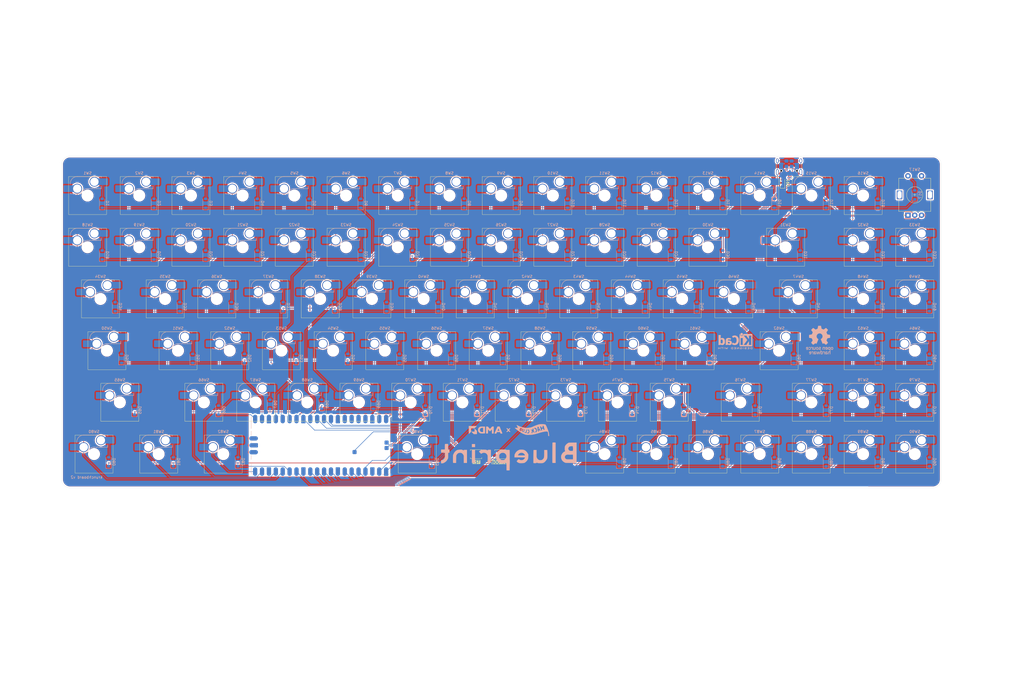
<source format=kicad_pcb>
(kicad_pcb (version 20241229) (generator "pcbnew") (generator_version "9.0")
  (layers (0 "F.Cu" signal) (2 "B.Cu" signal) (13 "F.Paste" user) (15 "B.Paste" user) (5 "F.SilkS" user "F.Silkscreen") (7 "B.SilkS" user "B.Silkscreen") (1 "F.Mask" user) (3 "B.Mask" user) (25 "Edge.Cuts" user))
  (net 0 "")
  (net 1 "+5V")
  (net 2 "GND")
  (net 3 "R3")
  (net 4 "C7")
  (net 6 "R5")
  (net 7 "C13")
  (net 8 "Net-(A1-~{BOOTSEL})")
  (net 9 "C2")
  (net 10 "C10")
  (net 12 "R1")
  (net 14 "C3")
  (net 15 "C14")
  (net 16 "Net-(A1-RUN)")
  (net 17 "C9")
  (net 18 "C6")
  (net 19 "C12")
  (net 21 "C5")
  (net 22 "R0")
  (net 23 "C4")
  (net 26 "C0")
  (net 27 "C8")
  (net 29 "R4")
  (net 30 "C11")
  (net 31 "C15")
  (net 32 "C1")
  (net 33 "Net-(D91-A)")
  (net 34 "R2")
  (net 35 "Net-(D1-A)")
  (net 36 "Net-(D2-A)")
  (net 37 "Net-(D3-A)")
  (net 38 "Net-(D4-A)")
  (net 39 "Net-(D5-A)")
  (net 40 "Net-(D6-A)")
  (net 41 "Net-(D7-A)")
  (net 42 "Net-(D8-A)")
  (net 43 "Net-(D9-A)")
  (net 44 "Net-(D10-A)")
  (net 45 "Net-(D11-A)")
  (net 46 "Net-(D12-A)")
  (net 47 "Net-(D13-A)")
  (net 48 "Net-(D14-A)")
  (net 49 "Net-(D15-A)")
  (net 50 "Net-(D16-A)")
  (net 51 "Net-(D17-A)")
  (net 52 "Net-(D18-A)")
  (net 53 "Net-(D19-A)")
  (net 54 "Net-(D20-A)")
  (net 55 "Net-(D21-A)")
  (net 56 "Net-(D22-A)")
  (net 57 "Net-(D23-A)")
  (net 58 "Net-(D24-A)")
  (net 59 "Net-(D25-A)")
  (net 60 "Net-(D26-A)")
  (net 61 "Net-(D27-A)")
  (net 62 "Net-(D28-A)")
  (net 63 "Net-(D29-A)")
  (net 64 "Net-(D30-A)")
  (net 65 "Net-(D31-A)")
  (net 66 "Net-(D32-A)")
  (net 67 "Net-(D33-A)")
  (net 68 "Net-(D34-A)")
  (net 69 "Net-(D35-A)")
  (net 70 "Net-(D36-A)")
  (net 71 "Net-(D37-A)")
  (net 72 "Net-(D38-A)")
  (net 73 "Net-(D39-A)")
  (net 74 "Net-(D40-A)")
  (net 75 "Net-(D41-A)")
  (net 76 "Net-(D42-A)")
  (net 77 "Net-(D43-A)")
  (net 78 "Net-(D44-A)")
  (net 79 "Net-(D45-A)")
  (net 80 "Net-(D46-A)")
  (net 81 "Net-(D47-A)")
  (net 82 "Net-(D48-A)")
  (net 83 "Net-(D49-A)")
  (net 84 "Net-(D50-A)")
  (net 85 "Net-(D51-A)")
  (net 86 "Net-(D52-A)")
  (net 87 "Net-(D53-A)")
  (net 88 "Net-(D54-A)")
  (net 89 "Net-(D55-A)")
  (net 90 "Net-(D56-A)")
  (net 91 "Net-(D57-A)")
  (net 92 "Net-(D58-A)")
  (net 93 "Net-(D59-A)")
  (net 94 "Net-(D60-A)")
  (net 95 "Net-(D61-A)")
  (net 96 "Net-(D62-A)")
  (net 97 "Net-(D63-A)")
  (net 98 "Net-(D64-A)")
  (net 99 "Net-(D65-A)")
  (net 100 "Net-(D66-A)")
  (net 101 "Net-(D67-A)")
  (net 102 "Net-(D68-A)")
  (net 103 "Net-(D69-A)")
  (net 104 "Net-(D70-A)")
  (net 105 "Net-(D71-A)")
  (net 106 "Net-(D72-A)")
  (net 107 "Net-(D73-A)")
  (net 108 "Net-(D74-A)")
  (net 109 "Net-(D75-A)")
  (net 110 "Net-(D76-A)")
  (net 111 "Net-(D77-A)")
  (net 112 "Net-(D78-A)")
  (net 113 "Net-(D79-A)")
  (net 114 "Net-(D80-A)")
  (net 115 "Net-(D81-A)")
  (net 116 "Net-(D82-A)")
  (net 117 "Net-(D83-A)")
  (net 118 "Net-(D84-A)")
  (net 119 "Net-(D85-A)")
  (net 120 "Net-(D86-A)")
  (net 121 "Net-(D87-A)")
  (net 122 "Net-(D88-A)")
  (net 123 "Net-(D89-A)")
  (net 124 "Net-(D90-A)")
  (net 125 "Net-(J1-CC2)")
  (net 126 "Net-(J1-CC1)")
  (net 127 "C16")
  (net 130 "USB_D-")
  (net 131 "USB_D+")
  (net 132 "ENCB")
  (net 133 "ENCA")
  (footprint "keyswitches:Kailh_socket_MX_platemount_plated" (layer "F.Cu") (at 162.72 150.74)
    (property "Reference" "SW55")
    (property "Value" "SW_Push_45deg")
  )
  (footprint "keyswitches:Kailh_socket_MX_platemount_plated" (layer "F.Cu") (at 281.7825 112.64)
    (property "Reference" "SW30")
    (property "Value" "SW_Push_45deg")
  )
  (footprint "keyswitches:Kailh_socket_MX_platemount_plated" (layer "F.Cu") (at 243.6825 188.84)
    (property "Reference" "SW84")
    (property "Value" "SW_Push_45deg")
  )
  (footprint "keyswitches:Kailh_socket_MX_platemount_plated" (layer "F.Cu") (at 55.56375 188.84)
    (property "Reference" "SW80")
    (property "Value" "SW_Push_45deg")
  )
  (footprint "keyswitches:Kailh_socket_MX_platemount_plated" (layer "F.Cu") (at 291.3075 131.69)
    (property "Reference" "SW46")
    (property "Value" "SW_Push_45deg")
  )
  (footprint "keyswitches:Kailh_socket_MX_platemount_plated" (layer "F.Cu") (at 257.97 150.74)
    (property "Reference" "SW60")
    (property "Value" "SW_Push_45deg")
  )
  (footprint "keyswitches:Kailh_socket_MX_platemount_plated" (layer "F.Cu") (at 338.9325 131.69)
    (property "Reference" "SW48")
    (property "Value" "SW_Push_45deg")
  )
  (footprint "keyswitches:Kailh_socket_MX_platemount_plated" (layer "F.Cu") (at 81.7575 131.69)
    (property "Reference" "SW35")
    (property "Value" "SW_Push_45deg")
  )
  (footprint "keyswitches:Kailh_socket_MX_platemount_plated" (layer "F.Cu") (at 143.67 150.74)
    (property "Reference" "SW54")
    (property "Value" "SW_Push_45deg")
  )
  (footprint "keyswitches:Kailh_socket_MX_platemount_plated" (layer "F.Cu") (at 119.8575 131.69)
    (property "Reference" "SW37")
    (property "Value" "SW_Push_45deg")
  )
  (footprint "keyswitches:Kailh_socket_MX_platemount_plated" (layer "F.Cu") (at 153.195 169.79)
    (property "Reference" "SW69")
    (property "Value" "SW_Push_45deg")
  )
  (footprint "keyswitches:Kailh_socket_MX_platemount_plated" (layer "F.Cu") (at 262.7325 93.59)
    (property "Reference" "SW12")
    (property "Value" "SW_Push_45deg")
  )
  (footprint "keyswitches:Kailh_socket_MX_platemount_plated" (layer "F.Cu") (at 181.77 150.74)
    (property "Reference" "SW56")
    (property "Value" "SW_Push_45deg")
  )
  (footprint "keyswitches:Kailh_socket_MX_platemount_plated" (layer "F.Cu") (at 357.9825 150.74)
    (property "Reference" "SW64")
    (property "Value" "SW_Push_45deg")
  )
  (footprint "keyswitches:Kailh_socket_MX_platemount_plated" (layer "F.Cu") (at 65.08875 169.79)
    (property "Reference" "SW65")
    (property "Value" "SW_Push_45deg")
  )
  (footprint "keyswitches:Kailh_socket_MX_platemount_plated" (layer "F.Cu") (at 167.4825 112.64)
    (property "Reference" "SW24")
    (property "Value" "SW_Push_45deg")
  )
  (footprint "Button_Switch_SMD:SW_SPST_TS-1088-xR025" (layer "F.Cu") (at 205.2831 188.8854)
    (property "Reference" "SW91" (hide yes))
    (property "Value" "BOOTSEL")
  )
  (footprint "keyswitches:Kailh_socket_MX_platemount_plated" (layer "F.Cu") (at 243.6825 112.64)
    (property "Reference" "SW28")
    (property "Value" "SW_Push_45deg")
  )
  (footprint "keyswitches:Kailh_socket_MX_platemount_plated" (layer "F.Cu") (at 248.445 169.79)
    (property "Reference" "SW74")
    (property "Value" "SW_Push_45deg")
  )
  (footprint "keyswitches:Kailh_socket_MX_platemount_plated" (layer "F.Cu") (at 243.6825 93.59)
    (property "Reference" "SW11")
    (property "Value" "SW_Push_45deg")
  )
  (footprint "keyswitches:Kailh_socket_MX_platemount_plated" (layer "F.Cu") (at 110.3325 93.59)
    (property "Reference" "SW4")
    (property "Value" "SW_Push_45deg")
  )
  (footprint "keyswitches:Kailh_socket_MX_platemount_plated" (layer "F.Cu") (at 300.8325 188.84)
    (property "Reference" "SW87")
    (property "Value" "SW_Push_45deg")
  )
  (footprint "keyswitches:Kailh_socket_MX_platemount_plated" (layer "F.Cu") (at 272.2575 131.69)
    (property "Reference" "SW45")
    (property "Value" "SW_Push_45deg")
  )
  (footprint "keyswitches:Kailh_socket_MX_platemount_plated" (layer "F.Cu") (at 134.145 169.79)
    (property "Reference" "SW68")
    (property "Value" "SW_Push_45deg")
  )
  (footprint "keyswitches:Kailh_socket_MX_platemount_plated" (layer "F.Cu") (at 357.9825 188.84)
    (property "Reference" "SW90")
    (property "Value" "SW_Push_45deg")
  )
  (footprint "keyswitches:Kailh_socket_MX_platemount_plated" (layer "F.Cu") (at 196.0575 131.69)
    (property "Reference" "SW41")
    (property "Value" "SW_Push_45deg")
  )
  (footprint "Rotary_Encoder:RotaryEncoder_Alps_EC11E-Switch_Vertical_H20mm" (layer "F.Cu") (at 355.4571 100.84 90)
    (property "Reference" "SW17" (hide yes))
    (property "Value" "RotaryEncoder_Switch")
  )
  (footprint "keyswitches:Kailh_socket_MX_platemount_plated" (layer "F.Cu") (at 174.62625 188.84)
    (property "Reference" "SW83")
    (property "Value" "SW_Push_45deg")
  )
  (footprint "keyswitches:Kailh_socket_MX_platemount_plated" (layer "F.Cu") (at 210.345 169.79)
    (property "Reference" "SW72")
    (property "Value" "SW_Push_45deg")
  )
  (footprint "keyswitches:Kailh_socket_MX_platemount_plated" (layer "F.Cu") (at 338.9325 169.79)
    (property "Reference" "SW78")
    (property "Value" "SW_Push_45deg")
  )
  (footprint "keyswitches:Kailh_socket_MX_platemount_plated" (layer "F.Cu") (at 157.9575 131.69)
    (property "Reference" "SW39")
    (property "Value" "SW_Push_45deg")
  )
  (footprint "keyswitches:Kailh_socket_MX_platemount_plated" (layer "F.Cu") (at 91.2825 93.59)
    (property "Reference" "SW3")
    (property "Value" "SW_Push_45deg")
  )
  (footprint "keyswitches:Kailh_socket_MX_platemount_plated" (layer "F.Cu") (at 338.9325 93.59)
    (property "Reference" "SW16")
    (property "Value" "SW_Push_45deg")
  )
  (footprint "keyswitches:Kailh_socket_MX_platemount_plated" (layer "F.Cu") (at 177.0075 131.69)
    (property "Reference" "SW40")
    (property "Value" "SW_Push_45deg")
  )
  (footprint "keyswitches:Kailh_socket_MX_platemount_plated" (layer "F.Cu") (at 103.18875 188.84)
    (property "Reference" "SW82")
    (property "Value" "SW_Push_45deg")
  )
  (footprint "keyswitches:Kailh_socket_MX_platemount_plated" (layer "F.Cu") (at 238.92 150.74)
    (property "Reference" "SW59")
    (property "Value" "SW_Push_45deg")
  )
  (footprint "keyswitches:Kailh_socket_MX_platemount_plated" (layer "F.Cu") (at 105.57 150.74)
    (property "Reference" "SW52")
    (property "Value" "SW_Push_45deg")
  )
  (footprint "keyswitches:Kailh_socket_MX_platemount_plated" (layer "F.Cu") (at 267.495 169.79)
    (property "Reference" "SW75")
    (property "Value" "SW_Push_45deg")
  )
  (footprint "keyswitches:Kailh_socket_MX_platemount_plated" (layer "F.Cu") (at 96.045 169.79)
    (property "Reference" "SW66")
    (property "Value" "SW_Push_45deg")
  )
  (footprint "keyswitches:Kailh_socket_MX_platemount_plated" (layer "F.Cu") (at 115.095 169.79)
    (property "Reference" "SW67")
    (property "Value" "SW_Push_45deg")
  )
  (footprint "keyswitches:Kailh_socket_MX_platemount_plated" (layer "F.Cu") (at 357.9825 131.69)
    (property "Reference" "SW49")
    (property "Value" "SW_Push_45deg")
  )
  (footprint "keyswitches:Kailh_socket_MX_platemount_plated" (layer "F.Cu") (at 110.3325 112.64)
    (property "Reference" "SW21")
    (property "Value" "SW_Push_45deg")
  )
  (footprint "keyswitches:Kailh_socket_MX_platemount_plated" (layer "F.Cu") (at 172.245 169.79)
    (property "Reference" "SW70")
    (property "Value" "SW_Push_45deg")
  )
  (footprint "Diode_SMD:D_SOD-323_HandSoldering" (layer "F.Cu") (at 309.2425 88.9175 90)
    (property "Reference" "D91" (hide yes))
    (property "Value" "Diode")
  )
  (footprint "keyswitches:Kailh_socket_MX_platemount_plated" (layer "F.Cu") (at 100.8075 131.69)
    (property "Reference" "SW36")
    (property "Value" "SW_Push_45deg")
  )
  (footprint "keyswitches:Kailh_socket_MX_platemount_plated" (layer "F.Cu") (at 53.1825 93.59)
    (property "Reference" "SW1")
    (property "Value" "SW_Push_45deg")
  )
  (footprint "keyswitches:Kailh_socket_MX_platemount_plated" (layer "F.Cu") (at 148.4325 112.64)
    (property "Reference" "SW23")
    (property "Value" "SW_Push_45deg")
  )
  (footprint "keyswitches:Kailh_socket_MX_platemount_plated" (layer "F.Cu") (at 60.32625 150.74)
    (property "Reference" "SW50")
    (property "Value" "SW_Push_45deg")
  )
  (footprint "keyswitches:Kailh_socket_MX_platemount_plated" (layer "F.Cu") (at 186.5325 112.64)
    (property "Reference" "SW25")
    (property "Value" "SW_Push_45deg")
  )
  (footprint "keyswitches:Kailh_socket_MX_platemount_plated" (layer "F.Cu") (at 72.2325 112.64)
    (property "Reference" "SW19")
    (property "Value" "SW_Push_45deg")
  )
  (footprint "keyswitches:Kailh_socket_MX_platemount_plated" (layer "F.Cu") (at 315.12 131.69)
    (property "Reference" "SW47")
    (property "Value" "SW_Push_45deg")
  )
  (footprint "Connector_USB:USB_C_Receptacle_HCTL_HC-TYPE-C-16P-01A" (layer "F.Cu") (at 311.6569 81.8694 180)
    (property "Reference" "J1" (hide yes))
    (property "Value" "USB_C_Receptacle_USB2.0_16P")
  )
  (footprint "keyswitches:Kailh_socket_MX_platemount_plated" (layer "F.Cu") (at 319.8825 93.59)
    (property "Reference" "SW15")
    (property "Value" "SW_Push_45deg")
  )
  (footprint "keyswitches:Kailh_socket_MX_platemount_plated" (layer "F.Cu") (at 86.52 150.74)
    (property "Reference" "SW51")
    (property "Value" "SW_Push_45deg")
  )
  (footprint "keyswitches:Kailh_socket_MX_platemount_plated" (layer "F.Cu") (at 72.2325 93.59)
    (property "Reference" "SW2")
    (property "Value" "SW_Push_45deg")
  )
  (footprint "keyswitches:Kailh_socket_MX_platemount_plated" (layer "F.Cu") (at 357.9825 169.79)
    (property "Reference" "SW79")
    (property "Value" "SW_Push_45deg")
  )
  (footprint "keyswitches:Kailh_socket_MX_platemount_plated" (layer "F.Cu") (at 53.1825 112.64)
    (property "Reference" "SW18")
    (property "Value" "SW_Push_45deg")
  )
  (footprint "keyswitches:Kailh_socket_MX_platemount_plated" (layer "F.Cu") (at 129.3825 112.64)
    (property "Reference" "SW22")
    (property "Value" "SW_Push_45deg")
  )
  (footprint "keyswitches:Kailh_socket_MX_platemount_plated" (layer "F.Cu") (at 310.3575 112.64)
    (property "Reference" "SW31")
    (property "Value" "SW_Push_45deg")
  )
  (footprint "keyswitches:Kailh_socket_MX_platemount_plated" (layer "F.Cu") (at 300.8325 93.59)
    (property "Reference" "SW14")
    (property "Value" "SW_Push_45deg")
  )
  (footprint "keyswitches:Kailh_socket_MX_platemount_plated" (layer "F.Cu") (at 200.82 150.74)
    (property "Reference" "SW57")
    (property "Value" "SW_Push_45deg")
  )
  (footprint "keyswitches:Kailh_socket_MX_platemount_plated" (layer "F.Cu") (at 319.8825 169.79)
    (property "Reference" "SW77")
    (property "Value" "SW_Push_45deg")
  )
  (footprint "keyswitches:Kailh_socket_MX_platemount_plated" (layer "F.Cu") (at 191.295 169.79)
    (property "Reference" "SW71")
    (property "Value" "SW_Push_45deg")
  )
  (footprint "keyswitches:Kailh_socket_MX_platemount_plated" (layer "F.Cu") (at 253.2075 131.69)
    (property "Reference" "SW44")
    (property "Value" "SW_Push_45deg")
  )
  (footprint "keyswitches:Kailh_socket_MX_platemount_plated" (layer "F.Cu") (at 148.4325 93.59)
    (property "Reference" "SW6")
    (property "Value" "SW_Push_45deg")
  )
  (footprint "keyswitches:Kailh_socket_MX_platemount_plated" (layer "F.Cu") (at 167.4825 93.59)
    (property "Reference" "SW7")
    (property "Value" "SW_Push_45deg")
  )
  (footprint "keyswitches:Kailh_socket_MX_platemount_plated" (layer "F.Cu") (at 215.1075 131.69)
    (property "Reference" "SW42")
    (property "Value" "SW_Push_45deg")
  )
  (footprint "keyswitches:Kailh_socket_MX_platemount_plated" (layer "F.Cu") (at 124.62 150.74)
    (property "Reference" "SW53")
    (property "Value" "SW_Push_45deg")
  )
  (footprint "keyswitches:Kailh_socket_MX_platemount_plated" (layer "F.Cu") (at 219.87 150.74)
    (property "Reference" "SW58")
    (property "Value" "SW_Push_45deg")
  )
  (footprint "keyswitches:Kailh_socket_MX_platemount_plated" (layer "F.Cu") (at 281.7825 188.84)
    (property "Reference" "SW86")
    (property "Value" "SW_Push_45deg")
  )
  (footprint "keyswitches:Kailh_socket_MX_platemount_plated" (layer "F.Cu") (at 234.1575 131.69)
    (property "Reference" "SW43")
    (property "Value" "SW_Push_45deg")
  )
  (footprint "keyswitches:Kailh_socket_MX_platemount_plated" (layer "F.Cu") (at 277.02 150.74)
    (property "Reference" "SW61")
    (property "Value" "SW_Push_45deg")
  )
  (footprint "keyswitches:Kailh_socket_MX_platemount_plated" (layer "F.Cu") (at 224.6325 112.64)
    (property "Reference" "SW27")
    (property "Value" "SW_Push_45deg")
  )
  (footprint "keyswitches:Kailh_socket_MX_platemount_plated" (layer "F.Cu") (at 319.8825 188.84)
    (property "Reference" "SW88")
    (property "Value" "SW_Push_45deg")
  )
  (footprint "keyswitches:Kailh_socket_MX_platemount_plated" (layer "F.Cu") (at 224.6325 93.59)
    (property "Reference" "SW10")
    (property "Value" "SW_Push_45deg")
  )
  (footprint "keyswitches:Kailh_socket_MX_platemount_plated" (layer "F.Cu") (at 229.395 169.79)
    (property "Reference" "SW73")
    (property "Value" "SW_Push_45deg")
  )
  (footprint "keyswitches:Kailh_socket_MX_platemount_plated" (layer "F.Cu") (at 57.945 131.69)
    (property "Reference" "SW34")
    (property "Value" "SW_Push_45deg")
  )
  (footprint "keyswitches:Kailh_socket_MX_platemount_plated" (layer "F.Cu") (at 262.7325 188.84)
    (property "Reference" "SW85")
    (property "Value" "SW_Push_45deg")
  )
  (footprint "keyswitches:Kailh_socket_MX_platemount_plated" (layer "F.Cu") (at 79.37625 188.84)
    (property "Reference" "SW81")
    (property "Value" "SW_Push_45deg")
  )
  (footprint "keyswitches:Kailh_socket_MX_platemount_plated" (layer "F.Cu") (at 281.7825 93.59)
    (property "Reference" "SW13")
    (property "Value" "SW_Push_45deg")
  )
  (footprint "keyswitches:Kailh_socket_MX_platemount_plated" (layer "F.Cu") (at 262.7325 112.64)
    (property "Reference" "SW29")
    (property "Value" "SW_Push_45deg")
  )
  (footprint "keyswitches:Kailh_socket_MX_platemount_plated" (layer "F.Cu") (at 338.9325 150.74)
    (property "Reference" "SW63")
    (property "Value" "SW_Push_45deg")
  )
  (footprint "keyswitches:Kailh_socket_MX_platemount_plated" (layer "F.Cu") (at 338.9325 188.84)
    (property "Reference" "SW89")
    (property "Value" "SW_Push_45deg")
  )
  (footprint "keyswitches:Kailh_socket_MX_platemount_plated" (layer "F.Cu") (at 293.68875 169.79)
    (property "Reference" "SW76")
    (property "Value" "SW_Push_45deg")
  )
  (footprint "keyswitches:Kailh_socket_MX_platemount_plated" (layer "F.Cu") (at 357.9825 112.64)
    (property "Reference" "SW33")
    (property "Value" "SW_Push_45deg")
  )
  (footprint "keyswitches:Kailh_socket_MX_platemount_plated" (layer "F.Cu") (at 138.9075 131.69)
    (property "Reference" "SW38")
    (property "Value" "SW_Push_45deg")
  )
  (footprint "keyswitches:Kailh_socket_MX_platemount_plated" (layer "F.Cu") (at 205.5825 112.64)
    (property "Reference" "SW26")
    (property "Value" "SW_Push_45deg")
  )
  (footprint "keyswitches:Kailh_socket_MX_platemount_plated" (layer "F.Cu") (at 91.2825 112.64)
    (property "Reference" "SW20")
    (property "Value" "SW_Push_45deg")
  )
  (footprint "keyswitches:Kailh_socket_MX_platemount_plated" (layer "F.Cu") (at 205.5825 93.59)
    (property "Reference" "SW9")
    (property "Value" "SW_Push_45deg")
  )
  (footprint "keyswitches:Kailh_socket_MX_platemount_plated" (layer "F.Cu") (at 338.9325 112.64)
    (property "Reference" "SW32")
    (property "Value" "SW_Push_45deg")
  )
  (footprint "keyswitches:Kailh_socket_MX_platemount_plated" (layer "F.Cu") (at 307.97625 150.74)
    (property "Reference" "SW62")
    (property "Value" "SW_Push_45deg")
  )
  (footprint "Button_Switch_SMD:SW_SPST_TS-1088-xR025" (layer "F.Cu") (at 196.3525 188.86 180)
    (property "Reference" "SW92" (hide yes))
    (property "Value" "RST")
  )
  (footprint "keyswitches:Kailh_socket_MX_platemount_plated" (layer "F.Cu") (at 186.5325 93.59)
    (property "Reference" "SW8")
    (property "Value" "SW_Push_45deg")
  )
  (footprint "keyswitches:Kailh_socket_MX_platemount_plated" (layer "F.Cu") (at 129.3825 93.59)
    (property "Reference" "SW5")
    (property "Value" "SW_Push_45deg")
  )
  (footprint "Diode_SMD:D_SOD-123" (layer "B.Cu") (at 325.2825 172.6536 90)
    (property "Reference" "D77")
    (property "Value" "1N4148W")
  )
  (footprint "Diode_SMD:D_SOD-123" (layer "B.Cu") (at 220.5075 134.5536 90)
    (property "Reference" "D42")
    (property "Value" "1N4148W")
  )
  (footprint "Diode_SMD:D_SOD-123" (layer "B.Cu") (at 177.645 172.6536 90)
    (property "Reference" "D70")
    (property "Value" "1N4148W")
  )
  (footprint "Diode_SMD:D_SOD-123" (layer "B.Cu") (at 268.1325 115.5036 90)
    (property "Reference" "D29")
    (property "Value" "1N4148W")
  )
  (footprint "Diode_SMD:D_SOD-123" (layer "B.Cu") (at 58.5825 115.5036 90)
    (property "Reference" "D18")
    (property "Value" "1N4148W")
  )
  (footprint "Diode_SMD:D_SOD-123" (layer "B.Cu") (at 182.4075 134.5536 90)
    (property "Reference" "D40")
    (property "Value" "1N4148W")
  )
  (footprint "Diode_SMD:D_SOD-123" (layer "B.Cu") (at 344.3325 191.7036 90)
    (property "Reference" "D89")
    (property "Value" "1N4148W")
  )
  (footprint "Diode_SMD:D_SOD-123" (layer "B.Cu") (at 363.3825 115.5036 90)
    (property "Reference" "D33")
    (property "Value" "1N4148W")
  )
  (footprint "Diode_SMD:D_SOD-123" (layer "B.Cu") (at 344.3325 172.6536 90)
    (property "Reference" "D78")
    (property "Value" "1N4148W")
  )
  (footprint "Diode_SMD:D_SOD-123" (layer "B.Cu") (at 153.8325 115.5036 90)
    (property "Reference" "D23")
    (property "Value" "1N4148W")
  )
  (footprint "Diode_SMD:D_SOD-123" (layer "B.Cu") (at 296.7075 134.5536 90)
    (property "Reference" "D46")
    (property "Value" "1N4148W")
  )
  (footprint "Diode_SMD:D_SOD-123" (layer "B.Cu") (at 153.8325 96.4536 90)
    (property "Reference" "D6")
    (property "Value" "1N4148W")
  )
  (footprint "Diode_SMD:D_SOD-123" (layer "B.Cu") (at 215.745 172.6536 90)
    (property "Reference" "D72")
    (property "Value" "1N4148W")
  )
  (footprint "Diode_SMD:D_SOD-123" (layer "B.Cu") (at 253.845 172.6536 90)
    (property "Reference" "D74")
    (property "Value" "1N4148W")
  )
  (footprint "Diode_SMD:D_SOD-123" (layer "B.Cu") (at 249.0825 115.5036 90)
    (property "Reference" "D28")
    (property "Value" "1N4148W")
  )
  (footprint "Diode_SMD:D_SOD-123" (layer "B.Cu") (at 268.1325 96.4536 90)
    (property "Reference" "D12")
    (property "Value" "1N4148W")
  )
  (footprint "Diode_SMD:D_SOD-123" (layer "B.Cu") (at 234.795 172.6536 90)
    (property "Reference" "D73")
    (property "Value" "1N4148W")
  )
  (footprint "LOGO" (layer "B.Cu") (at 322.9 146.84 180)
    (property "Reference" "G***" (hide yes))
    (property "Value" "LOGO" (hide yes))
  )
  (footprint "Diode_SMD:D_SOD-123" (layer "B.Cu") (at 210.9825 96.4536 90)
    (property "Reference" "D9")
    (property "Value" "1N4148W")
  )
  (footprint "Diode_SMD:D_SOD-123" (layer "B.Cu") (at 65.72625 153.6036 90)
    (property "Reference" "D50")
    (property "Value" "1N4148W")
  )
  (footprint "Diode_SMD:D_SOD-123" (layer "B.Cu") (at 249.0825 191.7036 90)
    (property "Reference" "D84")
    (property "Value" "1N4148W")
  )
  (footprint "Diode_SMD:D_SOD-123" (layer "B.Cu") (at 70.48875 172.6536 90)
    (property "Reference" "D65")
    (property "Value" "1N4148W")
  )
  (footprint "Diode_SMD:D_SOD-123" (layer "B.Cu") (at 225.27 153.6036 90)
    (property "Reference" "D58")
    (property "Value" "1N4148W")
  )
  (footprint "Diode_SMD:D_SOD-123" (layer "B.Cu") (at 344.3325 96.4536 90)
    (property "Reference" "D16")
    (property "Value" "1N4148W")
  )
  (footprint "Diode_SMD:D_SOD-123" (layer "B.Cu") (at 60.96375 191.7036 90)
    (property "Reference" "D80")
    (property "Value" "1N4148W")
  )
  (footprint "Diode_SMD:D_SOD-123" (layer "B.Cu") (at 187.17 153.6036 90)
    (property "Reference" "D56")
    (property "Value" "1N4148W")
  )
  (footprint "Diode_SMD:D_SOD-123" (layer "B.Cu") (at 287.1825 115.5036 90)
    (property "Reference" "D30")
    (property "Value" "1N4148W")
  )
  (footprint "Diode_SMD:D_SOD-123" (layer "B.Cu") (at 210.9825 115.5036 90)
    (property "Reference" "D26")
    (property "Value" "1N4148W")
  )
  (footprint "Diode_SMD:D_SOD-123" (layer "B.Cu") (at 239.5575 134.5536 90)
    (property "Reference" "D43")
    (property "Value" "1N4148W")
  )
  (footprint "Diode_SMD:D_SOD-123" (layer "B.Cu") (at 91.92 153.6036 90)
    (property "Reference" "D51")
    (property "Value" "1N4148W")
  )
  (footprint "Diode_SMD:D_SOD-123" (layer "B.Cu") (at 191.9325 96.4536 90)
    (property "Reference" "D8")
    (property "Value" "1N4148W")
  )
  (footprint "Diode_SMD:D_SOD-123" (layer "B.Cu") (at 315.7575 115.5036 90)
    (property "Reference" "D31")
    (property "Value" "1N4148W")
  )
  (footprint "Diode_SMD:D_SOD-123" (layer "B.Cu") (at 325.2825 191.7036 90)
    (property "Reference" "D88")
    (property "Value" "1N4148W")
  )
  (footprint "Diode_SMD:D_SOD-123" (layer "B.Cu") (at 363.3825 191.7036 90)
    (property "Reference" "D90")
    (property "Value" "1N4148W")
  )
  (footprint "Diode_SMD:D_SOD-123" (layer "B.Cu") (at 313.37625 153.6036 90)
    (property "Reference" "D62")
    (property "Value" "1N4148W")
  )
  (footprint "Diode_SMD:D_SOD-123" (layer "B.Cu") (at 96.6825 115.5036 90)
    (property "Reference" "D20")
    (property "Value" "1N4148W")
  )
  (footprint "Diode_SMD:D_SOD-123" (layer "B.Cu") (at 191.9325 115.5036 90)
    (property "Reference" "D25")
    (property "Value" "1N4148W")
  )
  (footprint "Diode_SMD:D_SOD-123" (layer "B.Cu") (at 244.32 153.6036 90)
    (property "Reference" "D59")
    (property "Value" "1N4148W")
  )
  (footprint "Diode_SMD:D_SOD-123" (layer "B.Cu") (at 168.12 153.6036 90)
    (property "Reference" "D55")
    (property "Value" "1N4148W")
  )
  (footprint "Diode_SMD:D_SOD-123" (layer "B.Cu") (at 84.77625 191.7036 90)
    (property "Reference" "D81")
    (property "Value" "1N4148W")
  )
  (footprint "Diode_SMD:D_SOD-123" (layer "B.Cu") (at 258.6075 134.5536 90)
    (property "Reference" "D44")
    (property "Value" "1N4148W")
  )
  (footprint "Diode_SMD:D_SOD-123" (layer "B.Cu") (at 134.7825 96.4536 90)
    (property "Reference" "D5")
    (property "Value" "1N4148W")
  )
  (footprint "Diode_SMD:D_SOD-123" (layer "B.Cu") (at 106.2075 134.5536 90)
    (property "Reference" "D36")
    (property "Value" "1N4148W")
  )
  (footprint "Diode_SMD:D_SOD-123" (layer "B.Cu") (at 249.0825 96.4536 90)
    (property "Reference" "D11")
    (property "Value" "1N4148W")
  )
  (footprint "Diode_SMD:D_SOD-123" (layer "B.Cu") (at 344.3325 134.5536 90)
    (property "Reference" "D48")
    (property "Value" "1N4148W")
  )
  (footprint "Diode_SMD:D_SOD-123" (layer "B.Cu") (at 149.07 153.6036 90)
    (property "Reference" "D54")
    (property "Value" "1N4148W")
  )
  (footprint "Diode_SMD:D_SOD-123" (layer "B.Cu") (at 306.2325 96.4536 90)
    (property "Reference" "D14")
    (property "Value" "1N4148W")
  )
  (footprint "Diode_SMD:D_SOD-123" (layer "B.Cu") (at 77.6325 96.4536 90)
    (property "Reference" "D2")
    (property "Value" "1N4148W")
  )
  (footprint "Diode_SMD:D_SOD-123" (layer "B.Cu") (at 363.3825 172.6536 90)
    (property "Reference" "D79")
    (property "Value" "1N4148W")
  )
  (footprint "LOGO" (layer "B.Cu") (at 207.304313 186.492796 180)
    (property "Reference" "G***" (hide yes))
    (property "Value" "LOGO" (hide yes))
  )
  (footprint "Diode_SMD:D_SOD-123" (layer "B.Cu") (at 282.42 153.6036 90)
    (property "Reference" "D61")
    (property "Value" "1N4148W")
  )
  (footprint "Diode_SMD:D_SOD-123" (layer "B.Cu") (at 96.6825 96.4536 90)
    (property "Reference" "D3")
    (property "Value" "1N4148W")
  )
  (footprint "Diode_SMD:D_SOD-123" (layer "B.Cu") (at 172.8825 96.4536 90)
    (property "Reference" "D7")
    (property "Value" "1N4148W")
  )
  (footprint "Diode_SMD:D_SOD-123" (layer "B.Cu") (at 115.7325 96.4536 90)
    (property "Reference" "D4")
    (property "Value" "1N4148W")
  )
  (footprint "Diode_SMD:D_SOD-123" (layer "B.Cu") (at 158.5163 170.5012 90)
    (property "Reference" "D69")
    (property "Value" "1N4148W")
  )
  (footprint "Diode_SMD:D_SOD-123" (layer "B.Cu") (at 58.5825 96.4536 90)
    (property "Reference" "D1")
    (property "Value" "1N4148W")
  )
  (footprint "Diode_SMD:D_SOD-123" (layer "B.Cu") (at 144.3075 134.5536 90)
    (property "Reference" "D38")
    (property "Value" "1N4148W")
  )
  (footprint "Diode_SMD:D_SOD-123" (layer "B.Cu") (at 110.97 153.6036 90)
    (property "Reference" "D52")
    (property "Value" "1N4148W")
  )
  (footprint "Diode_SMD:D_SOD-123" (layer "B.Cu") (at 277.6575 134.5536 90)
    (property "Reference" "D45")
    (property "Value" "1N4148W")
  )
  (footprint "Diode_SMD:D_SOD-123" (layer "B.Cu") (at 287.1825 96.4536 90)
    (property "Reference" "D13")
    (property "Value" "1N4148W")
  )
  (footprint "Diode_SMD:D_SOD-123" (layer "B.Cu") (at 230.0325 96.4536 90)
    (property "Reference" "D10")
    (property "Value" "1N4148W")
  )
  (footprint "Diode_SMD:D_SOD-123" (layer "B.Cu") (at 77.6325 115.5036 90)
    (property "Reference" "D19")
    (property "Value" "1N4148W")
  )
  (footprint "Diode_SMD:D_SOD-123" (layer "B.Cu") (at 306.2325 191.7036 90)
    (property "Reference" "D87")
    (property "Value" "1N4148W")
  )
  (footprint "Diode_SMD:D_SOD-123" (layer "B.Cu") (at 172.8825 115.5036 90)
    (property "Reference" "D24")
    (property "Value" "1N4148W")
  )
  (footprint "Diode_SMD:D_SOD-123" (layer "B.Cu") (at 125.2575 134.5536 90)
    (property "Reference" "D37")
    (property "Value" "1N4148W")
  )
  (footprint "Resistor_SMD:R_0805_2012Metric_Pad1.20x1.40mm_HandSolder" (layer "B.Cu") (at 310.68 81.87 90)
    (property "Reference" "R1" (hide yes))
    (property "Value" "R512/R472")
  )
  (footprint "Diode_SMD:D_SOD-123" (layer "B.Cu") (at 101.445 172.6536 90)
    (property "Reference" "D66")
    (property "Value" "1N4148W")
  )
  (footprint "Diode_SMD:D_SOD-123" (layer "B.Cu") (at 63.345 134.5536 90)
    (property "Reference" "D34")
    (property "Value" "1N4148W")
  )
  (footprint "Diode_SMD:D_SOD-123" (layer "B.Cu") (at 201.4575 134.5536 90)
    (property "Reference" "D41")
    (property "Value" "1N4148W")
  )
  (footprint "Diode_SMD:D_SOD-123" (layer "B.Cu") (at 134.7825 115.5036 90)
    (property "Reference" "D22")
    (property "Value" "1N4148W")
  )
  (footprint "Diode_SMD:D_SOD-123" (layer "B.Cu") (at 139.4663 170.5012 90)
    (property "Reference" "D68")
    (property "Value" "1N4148W")
  )
  (footprint "Diode_SMD:D_SOD-123" (layer "B.Cu") (at 363.3825 153.6036 90)
    (property "Reference" "D64")
    (property "Value" "1N4148W")
  )
  (footprint "Diode_SMD:D_SOD-123" (layer "B.Cu") (at 180.02625 191.7036 90)
    (property "Reference" "D83")
    (property "Value" "1N4148W")
  )
  (footprint "Module:RaspberryPi_Pico_SMD" (layer "B.Cu") (at 139.0585 185.6142 90)
    (property "Reference" "A1" (hide yes))
    (property "Value" "RaspberryPi_Pico")
  )
  (footprint "Diode_SMD:D_SOD-123" (layer "B.Cu") (at 344.3325 115.5036 90)
    (property "Reference" "D32")
    (property "Value" "1N4148W")
  )
  (footprint "Diode_SMD:D_SOD-123" (layer "B.Cu") (at 325.2825 96.4536 90)
    (property "Reference" "D15")
    (property "Value" "1N4148W")
  )
  (footprint "Diode_SMD:D_SOD-123" (layer "B.Cu") (at 268.1325 191.7036 90)
    (property "Reference" "D85")
    (property "Value" "1N4148W")
  )
  (footprint "Diode_SMD:D_SOD-123" (layer "B.Cu") (at 130.02 153.6036 90)
    (property "Reference" "D53")
    (property "Value" "1N4148W")
  )
  (footprint "Diode_SMD:D_SOD-123" (layer "B.Cu") (at 320.52 134.5536 90)
    (property "Reference" "D47")
    (property "Value" "1N4148W")
  )
  (footprint "Diode_SMD:D_SOD-123" (layer "B.Cu") (at 299.08875 172.6536 90)
    (property "Reference" "D76")
    (property "Value" "1N4148W")
  )
  (footprint "Diode_SMD:D_SOD-123" (layer "B.Cu") (at 357.9571 93.34 90)
    (property "Reference" "D17")
    (property "Value" "1N4148W")
  )
  (footprint "Diode_SMD:D_SOD-123" (layer "B.Cu") (at 363.3825 134.5536 90)
    (property "Reference" "D49")
    (property "Value" "1N4148W")
  )
  (footprint "Symbol:KiCad-Logo2_5mm_SilkScreen" (layer "B.Cu") (at 291.85 147.2 180)
    (property "Reference" "logo1" (hide yes))
    (property "Value" "KiCad-Logo2_5mm_SilkScreen" (hide yes))
  )
  (footprint "Diode_SMD:D_SOD-123" (layer "B.Cu") (at 115.7325 115.5036 90)
    (property "Reference" "D21")
    (property "Value" "1N4148W")
  )
  (footprint "Diode_SMD:D_SOD-123" (layer "B.Cu") (at 163.3575 134.5536 90)
    (property "Reference" "D39")
    (property "Value" "1N4148W")
  )
  (footprint "Diode_SMD:D_SOD-123" (layer "B.Cu") (at 206.22 153.6036 90)
    (property "Reference" "D57")
    (property "Value" "1N4148W")
  )
  (footprint "Diode_SMD:D_SOD-123" (layer "B.Cu") (at 87.1575 134.5536 90)
    (property "Reference" "D35")
    (property "Value" "1N4148W")
  )
  (footprint "Diode_SMD:D_SOD-123" (layer "B.Cu") (at 120.4163 170.5012 90)
    (property "Reference" "D67")
    (property "Value" "1N4148W")
  )
  (footprint "Diode_SMD:D_SOD-123" (layer "B.Cu") (at 344.3325 153.6036 90)
    (property "Reference" "D63")
    (property "Value" "1N4148W")
  )
  (footprint "Resistor_SMD:R_0805_2012Metric_Pad1.20x1.40mm_HandSolder" (layer "B.Cu") (at 312.5825 81.87 90)
    (property "Reference" "R2" (hide yes))
    (property "Value" "R512/R472")
  )
  (footprint "Diode_SMD:D_SOD-123" (layer "B.Cu") (at 287.1825 191.7036 90)
    (property "Reference" "D86")
    (property "Value" "1N4148W")
  )
  (footprint "Diode_SMD:D_SOD-123" (layer "B.Cu") (at 263.37 153.6036 90)
    (property "Reference" "D60")
    (property "Value" "1N4148W")
  )
  (footprint "Diode_SMD:D_SOD-123" (layer "B.Cu") (at 272.895 172.6536 90)
    (property "Reference" "D75")
    (property "Value" "1N4148W")
  )
  (footprint "Diode_SMD:D_SOD-123" (layer "B.Cu") (at 196.695 172.6536 90)
    (property "Reference" "D71")
    (property "Value" "1N4148W")
  )
  (footprint "Diode_SMD:D_SOD-123" (layer "B.Cu") (at 108.58875 191.7036 90)
    (property "Reference" "D82")
    (property "Value" "1N4148W")
  )
  (footprint "Diode_SMD:D_SOD-123" (layer "B.Cu") (at 230.0325 115.5036 90)
    (property "Reference" "D27")
    (property "Value" "1N4148W")
  )
  (gr_arc (start 46.6721 201.22) (mid 44.55078 200.34132) (end 43.6721 198.22) (stroke (width 0.05)) (layer "Edge.Cuts"))
  (gr_arc (start 43.6721 82.12) (mid 44.55078 79.99868) (end 46.6721 79.12) (stroke (width 0.05)) (layer "Edge.Cuts"))
  (gr_line (start 364.6721 201.22) (end 46.6721 201.22) (stroke (width 0.05)) (layer "Edge.Cuts"))
  (gr_arc (start 367.6721 198.22) (mid 366.79342 200.34132) (end 364.6721 201.22) (stroke (width 0.05)) (layer "Edge.Cuts"))
  (gr_line (start 367.6721 82.12) (end 367.6721 198.22) (stroke (width 0.05)) (layer "Edge.Cuts"))
  (gr_line (start 43.6721 198.22) (end 43.6721 82.12) (stroke (width 0.05)) (layer "Edge.Cuts"))
  (gr_arc (start 364.6721 79.12) (mid 366.79342 79.99868) (end 367.6721 82.12) (stroke (width 0.05)) (layer "Edge.Cuts"))
  (gr_line (start 46.6721 79.12) (end 364.6721 79.12) (stroke (width 0.05)) (layer "Edge.Cuts"))
  (gr_text "D91" (at 311.2325 88.94 90) (layer "F.SilkS") (effects (font (size 1 1))))
  (gr_text "RST\n" (at 196.3525 192.3906 0) (layer "F.SilkS" knockout) (effects (font (size 1 1) (thickness 0.25) (bold yes)) (justify bottom)))
  (gr_text "BOOTSEL" (at 205.2831 192.4414 0) (layer "F.SilkS" knockout) (effects (font (size 1 1) (thickness 0.25) (bold yes)) (justify bottom)))
  (gr_text "SW17" (at 357.9725 84 0) (layer "B.SilkS") (effects (font (size 1 1)) (justify mirror)))
  (gr_text "krunchboard v2" (at 58.7825 197.97 0) (layer "B.SilkS") (effects (font (size 1 1)) (justify left bottom mirror)))
  (segment (start 300.34035 136.65255) (end 300.34035 100.11025) (width 0.2) (layer "F.Cu") (net 1))
  (segment (start 278.2661 174.4074) (end 282.0311 170.6424) (width 0.2) (layer "F.Cu") (net 1))
  (segment (start 282.0311 170.6424) (end 282.0311 154.9618) (width 0.2) (layer "F.Cu") (net 1))
  (segment (start 300.34035 100.11025) (end 309.2425 91.2081) (width 0.2) (layer "F.Cu") (net 1))
  (segment (start 282.0311 154.9618) (end 300.34035 136.65255) (width 0.2) (layer "F.Cu") (net 1))
  (segment (start 309.2425 90.1675) (end 309.2425 91.2081) (width 0.2) (layer "F.Cu") (net 1))
  (segment (start 164.8113 174.4074) (end 278.2661 174.4074) (width 0.2) (layer "F.Cu") (net 1))
  (segment (start 164.6123 174.6064) (end 164.8113 174.4074) (width 0.2) (layer "F.Cu") (net 1))
  (via (at 164.6123 174.6064) (size 0.6) (drill 0.3) (layers "F.Cu" "B.Cu") (net 1))
  (segment (start 163.2945 175.9242) (end 164.6123 174.6064) (width 0.2) (layer "B.Cu") (net 1))
  (segment (start 163.1885 175.9242) (end 163.2945 175.9242) (width 0.2) (layer "B.Cu") (net 1))
  (segment (start 357.9571 100.84) (end 356.6561 99.539) (width 0.2) (layer "F.Cu") (net 2))
  (segment (start 183.481584 180.025244) (end 193.69634 190.24) (width 0.2) (layer "F.Cu") (net 2))
  (segment (start 307.3369 84.9744) (end 307.3369 92.5466) (width 0.2) (layer "F.Cu") (net 2))
  (segment (start 203.0327 188.86) (end 203.0581 188.8854) (width 0.2) (layer "F.Cu") (net 2))
  (segment (start 307.9769 85.6144) (end 307.3369 84.9744) (width 0.2) (layer "F.Cu") (net 2))
  (segment (start 308.4569 85.6144) (end 307.9769 85.6144) (width 0.2) (layer "F.Cu") (net 2))
  (segment (start 278.1 174.0064) (end 281.6301 170.4763) (width 0.2) (layer "F.Cu") (net 2))
  (segment (start 172.375762 180.025244) (end 183.481584 180.025244) (width 0.2) (layer "F.Cu") (net 2))
  (segment (start 281.6301 170.4763) (end 281.6301 154.7957) (width 0.2) (layer "F.Cu") (net 2))
  (segment (start 197.1975 190.24) (end 198.5775 188.86) (width 0.2) (layer "F.Cu") (net 2))
  (segment (start 159.4307 174.0064) (end 278.1 174.0064) (width 0.2) (layer "F.Cu") (net 2))
  (segment (start 329.9915 99.539) (end 315.9769 85.5244) (width 0.2) (layer "F.Cu") (net 2))
  (segment (start 299.93935 99.94415) (end 307.3369 92.5466) (width 0.2) (layer "F.Cu") (net 2))
  (segment (start 299.93935 136.48645) (end 299.93935 99.94415) (width 0.2) (layer "F.Cu") (net 2))
  (segment (start 281.6301 154.7957) (end 299.93935 136.48645) (width 0.2) (layer "F.Cu") (net 2))
  (segment (start 198.5775 188.86) (end 203.0327 188.86) (width 0.2) (layer "F.Cu") (net 2))
  (segment (start 193.69634 190.24) (end 197.1975 190.24) (width 0.2) (layer "F.Cu") (net 2))
  (segment (start 315.9769 85.5244) (end 315.9769 84.9744) (width 0.2) (layer "F.Cu") (net 2))
  (segment (start 314.8569 85.6144) (end 315.3369 85.6144) (width 0.2) (layer "F.Cu") (net 2))
  (segment (start 315.3369 85.6144) (end 315.9769 84.9744) (width 0.2) (layer "F.Cu") (net 2))
  (segment (start 356.6561 99.539) (end 329.9915 99.539) (width 0.2) (layer "F.Cu") (net 2))
  (via (at 159.4307 174.0064) (size 0.6) (drill 0.3) (layers "F.Cu" "B.Cu") (net 2))
  (via (at 172.375762 180.025244) (size 0.6) (drill 0.3) (layers "F.Cu" "B.Cu") (net 2))
  (segment (start 172.375762 180.025244) (end 172.374806 180.0262) (width 0.2) (layer "B.Cu") (net 2))
  (segment (start 307.3369 84.9744) (end 307.3369 80.7944) (width 0.2) (layer "B.Cu") (net 2))
  (segment (start 307.3369 80.7944) (end 312.5069 80.7944) (width 0.2) (layer "B.Cu") (net 2))
  (segment (start 315.9013 80.87) (end 315.9769 80.7944) (width 0.2) (layer "B.Cu") (net 2))
  (segment (start 172.374806 180.0262) (end 136.8105 180.0262) (width 0.2) (layer "B.Cu") (net 2))
  (segment (start 157.9067 175.7224) (end 157.9067 174.5144) (width 0.2) (layer "B.Cu") (net 2))
  (segment (start 132.7085 175.9242) (end 136.8105 180.0262) (width 0.2) (layer "B.Cu") (net 2))
  (segment (start 158.1085 175.9242) (end 157.9067 175.7224) (width 0.2) (layer "B.Cu") (net 2))
  (segment (start 315.9769 84.9744) (end 315.9769 80.7944) (width 0.2) (layer "B.Cu") (net 2))
  (segment (start 312.5069 80.7944) (end 312.5825 80.87) (width 0.2) (layer "B.Cu") (net 2))
  (segment (start 157.9067 174.5144) (end 158.4147 174.0064) (width 0.2) (layer "B.Cu") (net 2))
  (segment (start 158.4147 174.0064) (end 159.4307 174.0064) (width 0.2) (layer "B.Cu") (net 2))
  (segment (start 312.5825 80.87) (end 315.9013 80.87) (width 0.2) (layer "B.Cu") (net 2))
  (segment (start 110.9929 154.2198) (end 130.0175 154.2198) (width 0.2) (layer "F.Cu") (net 3))
  (segment (start 149.0675 154.2198) (end 130.0175 154.2198) (width 0.2) (layer "F.Cu") (net 3))
  (via (at 130.0175 154.2198) (size 0.6) (drill 0.3) (layers "F.Cu" "B.Cu") (net 3))
  (via (at 110.9929 154.2198) (size 0.6) (drill 0.3) (layers "F.Cu" "B.Cu") (net 3))
  (via (at 149.0675 154.2198) (size 0.6) (drill 0.3) (layers "F.Cu" "B.Cu") (net 3))
  (segment (start 130.02 154.2223) (end 130.02 155.2536) (width 0.2) (layer "B.Cu") (net 3))
  (segment (start 65.72625 155.2536) (end 110.97 155.2536) (width 0.2) (layer "B.Cu") (net 3))
  (segment (start 168.12 155.2536) (end 363.3825 155.2536) (width 0.2) (layer "B.Cu") (net 3))
  (segment (start 149.07 155.2536) (end 168.12 155.2536) (width 0.2) (layer "B.Cu") (net 3))
  (segment (start 117.4685 175.9242) (end 117.4685 168.0106) (width 0.2) (layer "B.Cu") (net 3))
  (segment (start 130.0175 154.2198) (end 130.02 154.2223) (width 0.2) (layer "B.Cu") (net 3))
  (segment (start 110.9929 154.2198) (end 110.9929 155.2307) (width 0.2) (layer "B.Cu") (net 3))
  (segment (start 117.4685 168.0106) (end 110.97 161.5121) (width 0.2) (layer "B.Cu") (net 3))
  (segment (start 149.0675 154.2198) (end 149.0675 155.2511) (width 0.2) (layer "B.Cu") (net 3))
  (segment (start 110.97 161.5121) (end 110.97 155.2536) (width 0.2) (layer "B.Cu") (net 3))
  (segment (start 149.0675 155.2511) (end 149.07 155.2536) (width 0.2) (layer "B.Cu") (net 3))
  (segment (start 110.9929 155.2307) (end 110.97 155.2536) (width 0.2) (layer "B.Cu") (net 3))
  (segment (start 177.96 148.2) (end 177.96 157.725) (width 0.2) (layer "F.Cu") (net 4))
  (segment (start 173.1975 143.4375) (end 177.96 148.2) (width 0.2) (layer "F.Cu") (net 4))
  (segment (start 173.1975 129.15) (end 173.1975 143.4375) (width 0.2) (layer "F.Cu") (net 4))
  (segment (start 177.96 157.725) (end 187.485 167.25) (width 0.2) (layer "F.Cu") (net 4))
  (segment (start 173.1975 119.625) (end 182.7225 110.1) (width 0.2) (layer "F.Cu") (net 4))
  (segment (start 182.7225 91.05) (end 182.7225 110.1) (width 0.2) (layer "F.Cu") (net 4))
  (segment (start 173.1975 129.15) (end 173.1975 119.625) (width 0.2) (layer "F.Cu") (net 4))
  (segment (start 160.6485 195.3042) (end 164.7527 191.2) (width 0.2) (layer "B.Cu") (net 4))
  (segment (start 181.7849 191.2) (end 187.485 185.4999) (width 0.2) (layer "B.Cu") (net 4))
  (segment (start 164.7527 191.2) (end 181.7849 191.2) (width 0.2) (layer "B.Cu") (net 4))
  (segment (start 187.485 185.4999) (end 187.485 167.25) (width 0.2) (layer "B.Cu") (net 4))
  (segment (start 108.5799 192.1166) (end 179.8111 192.1166) (width 0.2) (layer "F.Cu") (net 6))
  (segment (start 232.8 192.3356) (end 180.0301 192.3356) (width 0.2) (layer "F.Cu") (net 6))
  (segment (start 84.7547 192.1166) (end 108.5799 192.1166) (width 0.2) (layer "F.Cu") (net 6))
  (segment (start 179.8111 192.1166) (end 180.0301 192.3356) (width 0.2) (layer "F.Cu") (net 6))
  (segment (start 84.7547 192.1166) (end 60.9549 192.1166) (width 0.2) (layer "F.Cu") (net 6))
  (via (at 180.0301 192.3356) (size 0.6) (drill 0.3) (layers "F.Cu" "B.Cu") (net 6))
  (via (at 232.8 192.3356) (size 0.6) (drill 0.3) (layers "F.Cu" "B.Cu") (net 6))
  (via (at 108.5799 192.1166) (size 0.6) (drill 0.3) (layers "F.Cu" "B.Cu") (net 6))
  (via (at 84.7547 192.1166) (size 0.6) (drill 0.3) (layers "F.Cu" "B.Cu") (net 6))
  (via (at 60.9549 192.1166) (size 0.6) (drill 0.3) (layers "F.Cu" "B.Cu") (net 6))
  (segment (start 247.9497 192.3452) (end 248.9581 193.3536) (width 0.2) (layer "B.Cu") (net 6))
  (segment (start 180.0301 193.34975) (end 180.02625 193.3536) (width 0.2) (layer "B.Cu") (net 6))
  (segment (start 84.7801 192.142) (end 84.7801 193.34975) (width 0.2) (layer "B.Cu") (net 6))
  (segment (start 125.6779 193.3536) (end 108.58875 193.3536) (width 0.2) (layer "B.Cu") (net 6))
  (segment (start 249.0825 193.3536) (end 363.3825 193.3536) (width 0.2) (layer "B.Cu") (net 6))
  (segment (start 127.6285 195.3042) (end 125.6779 193.3536) (width 0.2) (layer "B.Cu") (net 6))
  (segment (start 84.7801 193.34975) (end 84.77625 193.3536) (width 0.2) (layer "B.Cu") (net 6))
  (segment (start 180.0301 192.3356) (end 180.0301 193.34975) (width 0.2) (layer "B.Cu") (net 6))
  (segment (start 232.8 192.3356) (end 232.8096 192.3452) (width 0.2) (layer "B.Cu") (net 6))
  (segment (start 108.5799 192.1166) (end 108.5799 193.34475) (width 0.2) (layer "B.Cu") (net 6))
  (segment (start 108.5799 193.34475) (end 108.58875 193.3536) (width 0.2) (layer "B.Cu") (net 6))
  (segment (start 60.96375 193.3536) (end 60.96375 192.12545) (width 0.2) (layer "B.Cu") (net 6))
  (segment (start 60.96375 192.12545) (end 60.9549 192.1166) (width 0.2) (layer "B.Cu") (net 6))
  (segment (start 248.9581 193.3536) (end 249.0825 193.3536) (width 0.2) (layer "B.Cu") (net 6))
  (segment (start 232.8096 192.3452) (end 247.9497 192.3452) (width 0.2) (layer "B.Cu") (net 6))
  (segment (start 84.7547 192.1166) (end 84.7801 192.142) (width 0.2) (layer "B.Cu") (net 6))
  (segment (start 287.4975 134.5602) (end 287.4975 129.15) (width 0.2) (layer "F.Cu") (net 7))
  (segment (start 289.87875 167.25) (end 289.87875 179.15625) (width 0.2) (layer "F.Cu") (net 7))
  (segment (start 287.4975 129.15) (end 287.4975 100.575) (width 0.2) (layer "F.Cu") (net 7))
  (segment (start 284.1793 199.1432) (end 169.615924 199.1432) (width 0.2) (layer "F.Cu") (net 7))
  (segment (start 289.87875 179.15625) (end 297.0225 186.3) (width 0.2) (layer "F.Cu") (net 7))
  (segment (start 294.25676 141.31946) (end 287.4975 134.5602) (width 0.2) (layer "F.Cu") (net 7))
  (segment (start 297.0225 186.3) (end 284.1793 199.1432) (width 0.2) (layer "F.Cu") (net 7))
  (segment (start 287.4975 100.575) (end 297.0225 91.05) (width 0.2) (layer "F.Cu") (net 7))
  (segment (start 304.16625 152.9625) (end 304.16625 148.2) (width 0.2) (layer "F.Cu") (net 7))
  (segment (start 289.87875 167.25) (end 304.16625 152.9625) (width 0.2) (layer "F.Cu") (net 7))
  (segment (start 169.615924 199.1432) (end 169.416787 198.944063) (width 0.2) (layer "F.Cu") (net 7))
  (segment (start 294.25676 141.32051) (end 294.25676 141.31946) (width 0.2) (layer "F.Cu") (net 7))
  (via (at 169.416787 198.944063) (size 0.6) (drill 0.3) (layers "F.Cu" "B.Cu") (net 7))
  (via (at 294.25676 141.32051) (size 0.6) (drill 0.3) (layers "F.Cu" "B.Cu") (net 7))
  (segment (start 166.743709 198.746261) (end 166.34677 199.1432) (width 0.2) (layer "B.Cu") (net 7))
  (segment (start 166.34677 199.1432) (end 144.1675 199.1432) (width 0.2) (layer "B.Cu") (net 7))
  (segment (start 166.77161 198.7442) (end 166.769549 198.746261) (width 0.2) (layer "B.Cu") (net 7))
  (segment (start 294.25676 141.32051) (end 301.12625 148.19) (width 0.2) (layer "B.Cu") (net 7))
  (segment (start 140.3285 195.3042) (end 144.1675 199.1432) (width 0.2) (layer "B.Cu") (net 7))
  (segment (start 169.416787 198.944063) (end 169.216924 198.7442) (width 0.2) (layer "B.Cu") (net 7))
  (segment (start 169.216924 198.7442) (end 166.77161 198.7442) (width 0.2) (layer "B.Cu") (net 7))
  (segment (start 166.769549 198.746261) (end 166.743709 198.746261) (width 0.2) (layer "B.Cu") (net 7))
  (segment (start 205.7525 190.641) (end 207.5081 188.8854) (width 0.2) (layer "F.Cu") (net 8))
  (segment (start 183.52504 180.6358) (end 193.53024 190.641) (width 0.2) (layer "F.Cu") (net 8))
  (segment (start 172.8927 180.6358) (end 183.52504 180.6358) (width 0.2) (layer "F.Cu") (net 8))
  (segment (start 193.53024 190.641) (end 205.7525 190.641) (width 0.2) (layer "F.Cu") (net 8))
  (via (at 172.8927 180.6358) (size 0.6) (drill 0.3) (layers "F.Cu" "B.Cu") (net 8))
  (segment (start 158.4655 180.6358) (end 151.5585 187.5428) (width 0.2) (layer "B.Cu") (net 8))
  (segment (start 151.5585 187.5428) (end 151.5585 188.1142) (width 0.2) (layer "B.Cu") (net 8))
  (segment (start 172.8927 180.6358) (end 158.4655 180.6358) (width 0.2) (layer "B.Cu") (net 8))
  (segment (start 77.9475 143.4375) (end 77.9475 129.15) (width 0.2) (layer "F.Cu") (net 9))
  (segment (start 82.71 148.2) (end 77.9475 143.4375) (width 0.2) (layer "F.Cu") (net 9))
  (segment (start 87.4725 110.1) (end 87.4725 91.05) (width 0.2) (layer "F.Cu") (net 9))
  (segment (start 87.4725 110.1) (end 77.9475 119.625) (width 0.2) (layer "F.Cu") (net 9))
  (segment (start 77.9475 119.625) (end 77.9475 129.15) (width 0.2) (layer "F.Cu") (net 9))
  (segment (start 82.71 157.725) (end 82.71 148.2) (width 0.2) (layer "F.Cu") (net 9))
  (segment (start 92.235 167.25) (end 82.71 157.725) (width 0.2) (layer "F.Cu") (net 9))
  (segment (start 115.5675 197.2052) (end 99.9377 197.2052) (width 0.2) (layer "B.Cu") (net 9))
  (segment (start 99.9377 197.2052) (end 92.235 189.5025) (width 0.2) (layer "B.Cu") (net 9))
  (segment (start 117.4685 195.3042) (end 115.5675 197.2052) (width 0.2) (layer "B.Cu") (net 9))
  (segment (start 92.235 189.5025) (end 92.235 167.25) (width 0.2) (layer "B.Cu") (net 9))
  (segment (start 239.8725 110.1) (end 230.3475 119.625) (width 0.2) (layer "F.Cu") (net 10))
  (segment (start 230.3475 143.4375) (end 235.11 148.2) (width 0.2) (layer "F.Cu") (net 10))
  (segment (start 235.11 148.2) (end 235.11 157.725) (width 0.2) (layer "F.Cu") (net 10))
  (segment (start 235.11 157.725) (end 244.635 167.25) (width 0.2) (layer "F.Cu") (net 10))
  (segment (start 228.2323 197.9402) (end 171.776743 197.9402) (width 0.2) (layer "F.Cu") (net 10))
  (segment (start 230.3475 129.15) (end 230.3475 143.4375) (width 0.2) (layer "F.Cu") (net 10))
  (segment (start 230.3475 119.625) (end 230.3475 129.15) (width 0.2) (layer "F.Cu") (net 10))
  (segment (start 239.8725 186.3) (end 228.2323 197.9402) (width 0.2) (layer "F.Cu") (net 10))
  (segment (start 171.776743 197.9402) (end 171.577743 197.7412) (width 0.2) (layer "F.Cu") (net 10))
  (segment (start 239.8725 91.05) (end 239.8725 110.1) (width 0.2) (layer "F.Cu") (net 10))
  (via (at 171.577743 197.7412) (size 0.6) (drill 0.3) (layers "F.Cu" "B.Cu") (net 10))
  (segment (start 166.273445 197.541063) (end 166.271247 197.543261) (width 0.2) (layer "B.Cu") (net 10))
  (segment (start 166.271247 197.543261) (end 166.245409 197.543261) (width 0.2) (layer "B.Cu") (net 10))
  (segment (start 170.785528 197.5412) (end 170.785391 197.541063) (width 0.2) (layer "B.Cu") (net 10))
  (segment (start 165.84847 197.9402) (end 153.1245 197.9402) (width 0.2) (layer "B.Cu") (net 10))
  (segment (start 244.635 167.25) (end 244.635 181.5375) (width 0.2) (layer "B.Cu") (net 10))
  (segment (start 170.785391 197.541063) (end 166.273445 197.541063) (width 0.2) (layer "B.Cu") (net 10))
  (segment (start 244.635 181.5375) (end 239.8725 186.3) (width 0.2) (layer "B.Cu") (net 10))
  (segment (start 171.377743 197.5412) (end 170.785528 197.5412) (width 0.2) (layer "B.Cu") (net 10))
  (segment (start 171.577743 197.7412) (end 171.377743 197.5412) (width 0.2) (layer "B.Cu") (net 10))
  (segment (start 150.4885 195.3042) (end 153.1245 197.9402) (width 0.2) (layer "B.Cu") (net 10))
  (segment (start 166.245409 197.543261) (end 165.84847 197.9402) (width 0.2) (layer "B.Cu") (net 10))
  (segment (start 157.432215 117.188815) (end 158.75523 115.8658) (width 0.2) (layer "F.Cu") (net 12))
  (segment (start 158.75523 115.8658) (end 172.8927 115.8658) (width 0.2) (layer "F.Cu") (net 12))
  (via (at 157.432215 117.188815) (size 0.6) (drill 0.3) (layers "F.Cu" "B.Cu") (net 12))
  (via (at 172.8927 115.8658) (size 0.6) (drill 0.3) (layers "F.Cu" "B.Cu") (net 12))
  (segment (start 172.8825 117.1536) (end 363.3825 117.1536) (width 0.2) (layer "B.Cu") (net 12))
  (segment (start 128.2341 150.2945) (end 128.2341 161.7011) (width 0.2) (layer "B.Cu") (net 12))
  (segment (start 134.7825 117.1536) (end 128.5189 123.4172) (width 0.2) (layer "B.Cu") (net 12))
  (segment (start 124.7797 146.8401) (end 128.2341 150.2945) (width 0.2) (layer "B.Cu") (net 12))
  (segment (start 128.2341 161.7011) (end 124.50985 165.42535) (width 0.2) (layer "B.Cu") (net 12))
  (segment (start 124.7797 144.2938) (end 124.7797 146.8401) (width 0.2) (layer "B.Cu") (net 12))
  (segment (start 128.5189 123.4172) (end 128.5189 140.5546) (width 0.2) (layer "B.Cu") (net 12))
  (segment (start 58.5825 117.1536) (end 153.8325 117.1536) (width 0.2) (layer "B.Cu") (net 12))
  (segment (start 172.8927 115.8658) (end 172.8927 117.1434) (width 0.2) (layer "B.Cu") (net 12))
  (segment (start 124.50985 175.34555) (end 125.0885 175.9242) (width 0.2) (layer "B.Cu") (net 12))
  (segment (start 157.432215 117.188815) (end 157.43 117.1866) (width 0.2) (layer "B.Cu") (net 12))
  (segment (start 172.8927 117.1434) (end 172.8825 117.1536) (width 0.2) (layer "B.Cu") (net 12))
  (segment (start 153.8655 117.1866) (end 153.8325 117.1536) (width 0.2) (layer "B.Cu") (net 12))
  (segment (start 157.43 117.1866) (end 153.8655 117.1866) (width 0.2) (layer "B.Cu") (net 12))
  (segment (start 124.50985 165.42535) (end 124.50985 175.34555) (width 0.2) (layer "B.Cu") (net 12))
  (segment (start 128.5189 140.5546) (end 124.7797 144.2938) (width 0.2) (layer "B.Cu") (net 12))
  (segment (start 106.5225 110.1) (end 106.5225 91.05) (width 0.2) (layer "F.Cu") (net 14))
  (segment (start 96.9975 129.15) (end 96.9975 119.625) (width 0.2) (layer "F.Cu") (net 14))
  (segment (start 96.9975 143.4375) (end 101.76 148.2) (width 0.2) (layer "F.Cu") (net 14))
  (segment (start 101.76 157.725) (end 111.285 167.25) (width 0.2) (layer "F.Cu") (net 14))
  (segment (start 96.9975 129.15) (end 96.9975 143.4375) (width 0.2) (layer "F.Cu") (net 14))
  (segment (start 96.9975 119.625) (end 106.5225 110.1) (width 0.2) (layer "F.Cu") (net 14))
  (segment (start 101.76 148.2) (end 101.76 157.725) (width 0.2) (layer "F.Cu") (net 14))
  (segment (start 99.37875 186.3) (end 99.37875 189.52625) (width 0.2) (layer "B.Cu") (net 14))
  (segment (start 108.245 167.24) (end 107.4723 167.24) (width 0.2) (layer "B.Cu") (net 14))
  (segment (start 105.1567 195.3042) (end 114.9285 195.3042) (width 0.2) (layer "B.Cu") (net 14))
  (segment (start 102.4585 172.2538) (end 100.4011 172.2538) (width 0.2) (layer "B.Cu") (net 14))
  (segment (start 107.4723 167.24) (end 102.4585 172.2538) (width 0.2) (layer "B.Cu") (net 14))
  (segment (start 96.33875 176.31615) (end 96.33875 186.29) (width 0.2) (layer "B.Cu") (net 14))
  (segment (start 100.4011 172.2538) (end 96.33875 176.31615) (width 0.2) (layer "B.Cu") (net 14))
  (segment (start 99.37875 189.52625) (end 105.1567 195.3042) (width 0.2) (layer "B.Cu") (net 14))
  (segment (start 306.5475 124.3875) (end 311.31 129.15) (width 0.2) (layer "F.Cu") (net 15))
  (segment (start 316.0725 95.75) (end 316.0725 91.05) (width 0.2) (layer "F.Cu") (net 15))
  (segment (start 311.31 129.15) (end 311.31 134.71) (width 0.2) (layer "F.Cu") (net 15))
  (segment (start 316.0725 139.4725) (end 316.0725 167.25) (width 0.2) (layer "F.Cu") (net 15))
  (segment (start 316.0725 186.3) (end 302.828627 199.543873) (width 0.2) (layer "F.Cu") (net 15))
  (segment (start 311.31 134.71) (end 316.0725 139.4725) (width 0.2) (layer "F.Cu") (net 15))
  (segment (start 316.0725 167.25) (end 316.0725 186.3) (width 0.2) (layer "F.Cu") (net 15))
  (segment (start 168.819426 199.543873) (end 168.619753 199.3442) (width 0.2) (layer "F.Cu") (net 15))
  (segment (start 302.828627 199.543873) (end 168.819426 199.543873) (width 0.2) (layer "F.Cu") (net 15))
  (segment (start 311.6075 100.215) (end 316.0725 95.75) (width 0.2) (layer "F.Cu") (net 15))
  (segment (start 306.5475 110.1) (end 306.5475 124.3875) (width 0.2) (layer "F.Cu") (net 15))
  (via (at 168.619753 199.3442) (size 0.6) (drill 0.3) (layers "F.Cu" "B.Cu") (net 15))
  (via (at 311.6075 100.215) (size 0.6) (drill 0.3) (layers "F.Cu" "B.Cu") (net 15))
  (segment (start 166.909809 199.147261) (end 166.51287 199.5442) (width 0.2) (layer "B.Cu") (net 15))
  (segment (start 168.420753 199.1452) (end 166.93771 199.1452) (width 0.2) (layer "B.Cu") (net 15))
  (segment (start 166.935649 199.147261) (end 166.909809 199.147261) (width 0.2) (layer "B.Cu") (net 15))
  (segment (start 166.51287 199.5442) (end 142.0285 199.5442) (width 0.2) (layer "B.Cu") (net 15))
  (segment (start 311.6075 100.215) (end 306.5475 105.275) (width 0.2) (layer "B.Cu") (net 15))
  (segment (start 306.5475 105.275) (end 306.5475 110.1) (width 0.2) (layer "B.Cu") (net 15))
  (segment (start 166.93771 199.1452) (end 166.935649 199.147261) (width 0.2) (layer "B.Cu") (net 15))
  (segment (start 137.7885 195.3042) (end 142.0285 199.5442) (width 0.2) (layer "B.Cu") (net 15))
  (segment (start 168.619753 199.3442) (end 168.420753 199.1452) (width 0.2) (layer "B.Cu") (net 15))
  (segment (start 183.467273 179.354773) (end 192.9725 188.86) (width 0.2) (layer "F.Cu") (net 16))
  (segment (start 172.812194 179.354773) (end 183.467273 179.354773) (width 0.2) (layer "F.Cu") (net 16))
  (segment (start 192.9725 188.86) (end 194.1275 188.86) (width 0.2) (layer "F.Cu") (net 16))
  (via (at 172.812194 179.354773) (size 0.6) (drill 0.3) (layers "F.Cu" "B.Cu") (net 16))
  (segment (start 172.797821 179.3404) (end 141.2047 179.3404) (width 0.2) (layer "B.Cu") (net 16))
  (segment (start 137.7885 175.9242) (end 141.2047 179.3404) (width 0.2) (layer "B.Cu") (net 16))
  (segment (start 172.812194 179.354773) (end 172.797821 179.3404) (width 0.2) (layer "B.Cu") (net 16))
  (segment (start 211.2975 129.15) (end 211.2975 143.4375) (width 0.2) (layer "F.Cu") (net 17))
  (segment (start 211.2975 119.625) (end 220.8225 110.1) (width 0.2) (layer "F.Cu") (net 17))
  (segment (start 211.2975 143.4375) (end 216.06 148.2) (width 0.2) (layer "F.Cu") (net 17))
  (segment (start 216.06 148.2) (end 216.06 157.725) (width 0.2) (layer "F.Cu") (net 17))
  (segment (start 220.8225 91.05) (end 220.8225 110.1) (width 0.2) (layer "F.Cu") (net 17))
  (segment (start 211.2975 129.15) (end 211.2975 119.625) (width 0.2) (layer "F.Cu") (net 17))
  (segment (start 216.06 157.725) (end 225.585 167.25) (width 0.2) (layer "F.Cu") (net 17))
  (segment (start 155.2635 197.5392) (end 165.68237 197.5392) (width 0.2) (layer "B.Cu") (net 17))
  (segment (start 225.585 167.25) (end 195.6948 197.1402) (width 0.2) (layer "B.Cu") (net 17))
  (segment (start 165.68237 197.5392) (end 166.08137 197.1402) (width 0.2) (layer "B.Cu") (net 17))
  (segment (start 153.0285 195.3042) (end 155.2635 197.5392) (width 0.2) (layer "B.Cu") (net 17))
  (segment (start 166.08137 197.1402) (end 195.6948 197.1402) (width 0.2) (layer "B.Cu") (net 17))
  (segment (start 163.6725 91.05) (end 163.6725 110.1) (width 0.2) (layer "F.Cu") (net 18))
  (segment (start 163.6725 110.1) (end 154.1475 119.625) (width 0.2) (layer "F.Cu") (net 18))
  (segment (start 158.91 148.2) (end 158.91 157.725) (width 0.2) (layer "F.Cu") (net 18))
  (segment (start 168.4225 172.28) (end 168.435 172.2675) (width 0.2) (layer "F.Cu") (net 18))
  (segment (start 154.1475 143.4375) (end 158.91 148.2) (width 0.2) (layer "F.Cu") (net 18))
  (segment (start 154.1475 119.625) (end 154.1475 129.15) (width 0.2) (layer "F.Cu") (net 18))
  (segment (start 168.4325 180.67) (end 168.4325 175.0074) (width 0.2) (layer "F.Cu") (net 18))
  (segment (start 167.77625 181.32625) (end 168.4325 180.67) (width 0.2) (layer "F.Cu") (net 18))
  (segment (start 158.91 157.725) (end 168.435 167.25) (width 0.2) (layer "F.Cu") (net 18))
  (segment (start 167.77625 181.97375) (end 167.77625 181.32625) (width 0.2) (layer "F.Cu") (net 18))
  (segment (start 168.435 172.2675) (end 168.435 167.25) (width 0.2) (layer "F.Cu") (net 18))
  (segment (start 168.4225 173.38) (end 168.4225 172.28) (width 0.2) (layer "F.Cu") (net 18))
  (segment (start 154.1475 129.15) (end 154.1475 143.4375) (width 0.2) (layer "F.Cu") (net 18))
  (via (at 168.4225 173.38) (size 0.6) (drill 0.3) (layers "F.Cu" "B.Cu") (net 18))
  (via (at 168.4325 175.0074) (size 0.6) (drill 0.3) (layers "F.Cu" "B.Cu") (net 18))
  (via (at 167.77625 181.97375) (size 0.6) (drill 0.3) (layers "F.Cu" "B.Cu") (net 18))
  (segment (start 155.5685 193.7042) (end 158.0727 191.2) (width 0.2) (layer "B.Cu") (net 18))
  (segment (start 168.4325 175.0074) (end 168.4325 173.39) (width 0.2) (layer "B.Cu") (net 18))
  (segment (start 162.86625 191.2) (end 167.77625 186.29) (width 0.2) (layer "B.Cu") (net 18))
  (segment (start 155.5685 195.3042) (end 155.5685 193.7042) (width 0.2) (layer "B.Cu") (net 18))
  (segment (start 168.4325 173.39) (end 168.4225 173.38) (width 0.2) (layer "B.Cu") (net 18))
  (segment (start 158.0727 191.2) (end 162.86625 191.2) (width 0.2) (layer "B.Cu") (net 18))
  (segment (start 167.77625 181.97375) (end 167.77625 186.29) (width 0.2) (layer "B.Cu") (net 18))
  (segment (start 273.21 169.9551) (end 276.5755 173.3206) (width 0.2) (layer "F.Cu") (net 19))
  (segment (start 277.9725 110.1) (end 268.4475 119.625) (width 0.2) (layer "F.Cu") (net 19))
  (segment (start 170.30865 198.7422) (end 170.10965 198.5432) (width 0.2) (layer "F.Cu") (net 19))
  (segment (start 277.9725 186.3) (end 265.5303 198.7422) (width 0.2) (layer "F.Cu") (net 19))
  (segment (start 268.4475 129.15) (end 268.4475 143.4375) (width 0.2) (layer "F.Cu") (net 19))
  (segment (start 277.9725 91.05) (end 277.9725 110.1) (width 0.2) (layer "F.Cu") (net 19))
  (segment (start 273.21 148.2) (end 273.21 169.9551) (width 0.2) (layer "F.Cu") (net 19))
  (segment (start 265.5303 198.7422) (end 170.30865 198.7422) (width 0.2) (layer "F.Cu") (net 19))
  (segment (start 268.4475 119.625) (end 268.4475 129.15) (width 0.2) (layer "F.Cu") (net 19))
  (segment (start 268.4475 143.4375) (end 273.21 148.2) (width 0.2) (layer "F.Cu") (net 19))
  (via (at 170.10965 198.5432) (size 0.6) (drill 0.3) (layers "F.Cu" "B.Cu") (net 19))
  (via (at 276.5755 173.3206) (size 0.6) (drill 0.3) (layers "F.Cu" "B.Cu") (net 19))
  (segment (start 169.66573 198.343063) (end 169.167844 198.343063) (width 0.2) (layer "B.Cu") (net 19))
  (segment (start 276.5755 184.647) (end 276.5755 173.3206) (width 0.2) (layer "B.Cu") (net 19))
  (segment (start 274.9325 186.29) (end 276.5755 184.647) (width 0.2) (layer "B.Cu") (net 19))
  (segment (start 166.60551 198.3432) (end 166.603449 198.345261) (width 0.2) (layer "B.Cu") (net 19))
  (segment (start 166.18067 198.7422) (end 146.3065 198.7422) (width 0.2) (layer "B.Cu") (net 19))
  (segment (start 169.911711 198.345261) (end 169.667928 198.345261) (width 0.2) (layer "B.Cu") (net 19))
  (segment (start 142.8685 195.3042) (end 146.3065 198.7422) (width 0.2) (layer "B.Cu") (net 19))
  (segment (start 170.10965 198.5432) (end 169.911711 198.345261) (width 0.2) (layer "B.Cu") (net 19))
  (segment (start 169.167707 198.3432) (end 166.60551 198.3432) (width 0.2) (layer "B.Cu") (net 19))
  (segment (start 166.577609 198.345261) (end 166.18067 198.7422) (width 0.2) (layer "B.Cu") (net 19))
  (segment (start 169.167844 198.343063) (end 169.167707 198.3432) (width 0.2) (layer "B.Cu") (net 19))
  (segment (start 166.603449 198.345261) (end 166.577609 198.345261) (width 0.2) (layer "B.Cu") (net 19))
  (segment (start 169.667928 198.345261) (end 169.66573 198.343063) (width 0.2) (layer "B.Cu") (net 19))
  (segment (start 131.9025 173.6708) (end 142.9642 173.6708) (width 0.2) (layer "F.Cu") (net 21))
  (segment (start 144.6225 91.05) (end 144.6225 110.1) (width 0.2) (layer "F.Cu") (net 21))
  (segment (start 142.9642 173.6708) (end 149.385 167.25) (width 0.2) (layer "F.Cu") (net 21))
  (segment (start 131.4399 174.1334) (end 131.9025 173.6708) (width 0.2) (layer "F.Cu") (net 21))
  (segment (start 135.0975 135.6936) (end 135.1229 135.719) (width 0.2) (layer "F.Cu") (net 21))
  (segment (start 135.1229 135.719) (end 135.1229 143.374) (width 0.2) (layer "F.Cu") (net 21))
  (segment (start 135.0975 129.15) (end 135.0975 119.625) (width 0.2) (layer "F.Cu") (net 21))
  (segment (start 135.0975 119.625) (end 144.6225 110.1) (width 0.2) (layer "F.Cu") (net 21))
  (segment (start 135.1229 143.374) (end 139.86 148.1111) (width 0.2) (layer "F.Cu") (net 21))
  (segment (start 139.86 148.1111) (end 139.86 148.2) (width 0.2) (layer "F.Cu") (net 21))
  (segment (start 135.0975 129.15) (end 135.0975 134.4936) (width 0.2) (layer "F.Cu") (net 21))
  (via (at 135.0975 134.4936) (size 0.6) (drill 0.3) (layers "F.Cu" "B.Cu") (net 21))
  (via (at 131.4399 174.1334) (size 0.6) (drill 0.3) (layers "F.Cu" "B.Cu") (net 21))
  (via (at 135.0975 135.6936) (size 0.6) (drill 0.3) (layers "F.Cu" "B.Cu") (net 21))
  (segment (start 146.345 167.24) (end 136.82 157.715) (width 0.2) (layer "B.Cu") (net 21))
  (segment (start 130.1685 175.9242) (end 130.1685 175.404) (width 0.2) (layer "B.Cu") (net 21))
  (segment (start 131.4391 174.1334) (end 131.4399 174.1334) (width 0.2) (layer "B.Cu") (net 21))
  (segment (start 136.82 157.715) (end 136.82 148.19) (width 0.2) (layer "B.Cu") (net 21))
  (segment (start 135.0975 135.6936) (end 135.0975 134.4936) (width 0.2) (layer "B.Cu") (net 21))
  (segment (start 130.1685 175.404) (end 131.4391 174.1334) (width 0.2) (layer "B.Cu") (net 21))
  (segment (start 148.0007 128.515) (end 148.0007 130.7756) (width 0.2) (layer "B.Cu") (net 22))
  (segment (start 133.6497 143.374) (end 133.6497 165.1418) (width 0.2) (layer "B.Cu") (net 22))
  (segment (start 136.6977 172.965) (end 135.2485 174.4142) (width 0.2) (layer "B.Cu") (net 22))
  (segment (start 144.6987 134.0776) (end 142.9461 134.0776) (width 0.2) (layer "B.Cu") (net 22))
  (segment (start 142.9461 134.0776) (end 133.6497 143.374) (width 0.2) (layer "B.Cu") (net 22))
  (segment (start 357.9571 94.99) (end 354.8435 98.1036) (width 0.2) (layer "B.Cu") (net 22))
  (segment (start 158.25 102.5211) (end 158.25 118.2657) (width 0.2) (layer "B.Cu") (net 22))
  (segment (start 136.6977 168.1898) (end 136.6977 172.965) (width 0.2) (layer "B.Cu") (net 22))
  (segment (start 158.25 118.2657) (end 148.0007 128.515) (width 0.2) (layer "B.Cu") (net 22))
  (segment (start 344.3325 98.1036) (end 58.5825 98.1036) (width 0.2) (layer "B.Cu") (net 22))
  (segment (start 135.2485 174.4142) (end 135.2485 175.9242) (width 0.2) (layer "B.Cu") (net 22))
  (segment (start 148.0007 130.7756) (end 144.6987 134.0776) (width 0.2) (layer "B.Cu") (net 22))
  (segment (start 354.8435 98.1036) (end 344.3325 98.1036) (width 0.2) (layer "B.Cu") (net 22))
  (segment (start 153.8325 98.1036) (end 158.25 102.5211) (width 0.2) (layer "B.Cu") (net 22))
  (segment (start 133.6497 165.1418) (end 136.6977 168.1898) (width 0.2) (layer "B.Cu") (net 22))
  (segment (start 130.335 164.5957) (end 130.335 167.25) (width 0.2) (layer "F.Cu") (net 23))
  (segment (start 120.81 148.2) (end 116.0475 143.4375) (width 0.2) (layer "F.Cu") (net 23))
  (segment (start 116.0475 129.15) (end 116.0475 119.625) (width 0.2) (layer "F.Cu") (net 23))
  (segment (start 120.81 155.0707) (end 130.335 164.5957) (width 0.2) (layer "F.Cu") (net 23))
  (segment (start 116.0475 143.4375) (end 116.0475 129.15) (width 0.2) (layer "F.Cu") (net 23))
  (segment (start 125.5725 110.1) (end 125.5725 91.05) (width 0.2) (layer "F.Cu") (net 23))
  (segment (start 116.0475 119.625) (end 125.5725 110.1) (width 0.2) (layer "F.Cu") (net 23))
  (via (at 120.81 155.0707) (size 0.6) (drill 0.3) (layers "F.Cu" "B.Cu") (net 23))
  (segment (start 127.295 167.24) (end 127.295 175.5907) (width 0.2) (layer "B.Cu") (net 23))
  (segment (start 127.295 175.5907) (end 127.6285 175.9242) (width 0.2) (layer "B.Cu") (net 23))
  (segment (start 120.81 155.0707) (end 120.81 148.2) (width 0.2) (layer "B.Cu") (net 23))
  (segment (start 51.75375 152.9625) (end 56.51625 148.2) (width 0.2) (layer "F.Cu") (net 26))
  (segment (start 54.135 129.15) (end 54.135 145.81875) (width 0.2) (layer "F.Cu") (net 26))
  (segment (start 49.3725 124.3875) (end 54.135 129.15) (width 0.2) (layer "F.Cu") (net 26))
  (segment (start 49.3725 91.05) (end 49.3725 110.1) (width 0.2) (layer "F.Cu") (net 26))
  (segment (start 54.135 145.81875) (end 56.51625 148.2) (width 0.2) (layer "F.Cu") (net 26))
  (segment (start 51.75375 186.3) (end 51.75375 152.9625) (width 0.2) (layer "F.Cu") (net 26))
  (segment (start 49.3725 110.1) (end 49.3725 124.3875) (width 0.2) (layer "F.Cu") (net 26))
  (segment (start 60.3397 198.0072) (end 51.75375 189.42125) (width 0.2) (layer "B.Cu") (net 26))
  (segment (start 125.0885 195.3042) (end 122.3855 198.0072) (width 0.2) (layer "B.Cu") (net 26))
  (segment (start 51.75375 189.42125) (end 51.75375 186.3) (width 0.2) (layer "B.Cu") (net 26))
  (segment (start 122.3855 198.0072) (end 60.3397 198.0072) (width 0.2) (layer "B.Cu") (net 26))
  (segment (start 201.7725 91.05) (end 201.7725 110.1) (width 0.2) (layer "F.Cu") (net 27))
  (segment (start 197.01 157.725) (end 206.535 167.25) (width 0.2) (layer "F.Cu") (net 27))
  (segment (start 192.2475 119.625) (end 192.2475 129.15) (width 0.2) (layer "F.Cu") (net 27))
  (segment (start 197.01 148.2) (end 197.01 157.725) (width 0.2) (layer "F.Cu") (net 27))
  (segment (start 201.7725 110.1) (end 192.2475 119.625) (width 0.2) (layer "F.Cu") (net 27))
  (segment (start 192.2475 129.15) (end 192.2475 143.4375) (width 0.2) (layer "F.Cu") (net 27))
  (segment (start 192.2475 143.4375) (end 197.01 148.2) (width 0.2) (layer "F.Cu") (net 27))
  (segment (start 182.184 191.601) (end 166.8917 191.601) (width 0.2) (layer "B.Cu") (net 27))
  (segment (start 206.535 167.25) (end 182.184 191.601) (width 0.2) (layer "B.Cu") (net 27))
  (segment (start 166.8917 191.601) (end 163.1885 195.3042) (width 0.2) (layer "B.Cu") (net 27))
  (segment (start 137.2819 173.2698) (end 120.4163 173.2698) (width 0.2) (layer "F.Cu") (net 29))
  (segment (start 234.7925 173.4064) (end 234.6751 173.4064) (width 0.2) (layer "F.Cu") (net 29))
  (segment (start 234.6655 173.3968) (end 219.1811 173.3968) (width 0.2) (layer "F.Cu") (net 29))
  (segment (start 234.6751 173.4064) (end 234.6655 173.3968) (width 0.2) (layer "F.Cu") (net 29))
  (segment (start 139.4663 171.0854) (end 137.2819 173.2698) (width 0.2) (layer "F.Cu") (net 29))
  (segment (start 70.5815 173.2952) (end 70.5307 173.346) (width 0.2) (layer "F.Cu") (net 29))
  (segment (start 219.1811 173.3968) (end 219.1715 173.4064) (width 0.2) (layer "F.Cu") (net 29))
  (segment (start 253.8325 173.4064) (end 272.9125 173.4064) (width 0.2) (layer "F.Cu") (net 29))
  (segment (start 101.4679 173.2952) (end 70.5815 173.2952) (width 0.2) (layer "F.Cu") (net 29))
  (segment (start 120.4163 173.2698) (end 101.4933 173.2698) (width 0.2) (layer "F.Cu") (net 29))
  (segment (start 219.1715 173.4064) (end 215.7425 173.4064) (width 0.2) (layer "F.Cu") (net 29))
  (segment (start 215.7425 173.4064) (end 196.6925 173.4064) (width 0.2) (layer "F.Cu") (net 29))
  (segment (start 234.7925 173.4064) (end 253.8325 173.4064) (width 0.2) (layer "F.Cu") (net 29))
  (segment (start 101.4933 173.2698) (end 101.4679 173.2952) (width 0.2) (layer "F.Cu") (net 29))
  (segment (start 196.6925 173.4064) (end 177.6679 173.4064) (width 0.2) (layer "F.Cu") (net 29))
  (via (at 215.7425 173.4064) (size 0.6) (drill 0.3) (layers "F.Cu" "B.Cu") (net 29))
  (via (at 120.4163 173.2698) (size 0.6) (drill 0.3) (layers "F.Cu" "B.Cu") (net 29))
  (via (at 253.8325 173.4064) (size 0.6) (drill 0.3) (layers "F.Cu" "B.Cu") (net 29))
  (via (at 177.6679 173.4064) (size 0.6) (drill 0.3) (layers "F.Cu" "B.Cu") (net 29))
  (via (at 234.7925 173.4064) (size 0.6) (drill 0.3) (layers "F.Cu" "B.Cu") (net 29))
  (via (at 70.5307 173.346) (size 0.6) (drill 0.3) (layers "F.Cu" "B.Cu") (net 29))
  (via (at 272.9125 173.4064) (size 0.6) (drill 0.3) (layers "F.Cu" "B.Cu") (net 29))
  (via (at 101.4679 173.2952) (size 0.6) (drill 0.3) (layers "F.Cu" "B.Cu") (net 29))
  (via (at 139.4663 171.0854) (size 0.6) (drill 0.3) (layers "F.Cu" "B.Cu") (net 29))
  (via (at 196.6925 173.4064) (size 0.6) (drill 0.3) (layers "F.Cu" "B.Cu") (net 29))
  (segment (start 70.5307 173.346) (end 70.5307 174.26165) (width 0.2) (layer "B.Cu") (net 29))
  (segment (start 272.9125 174.2861) (end 272.895 174.3036) (width 0.2) (layer "B.Cu") (net 29))
  (segment (start 114.9285 175.9242) (end 113.3079 174.3036) (width 0.2) (layer "B.Cu") (net 29))
  (segment (start 177.6679 173.4064) (end 177.6679 174.2807) (width 0.2) (layer "B.Cu") (net 29))
  (segment (start 274.7467 172.584) (end 277.4645 172.584) (width 0.2) (layer "B.Cu") (net 29))
  (segment (start 273.0271 174.3036) (end 274.7467 172.584) (width 0.2) (layer "B.Cu") (net 29))
  (segment (start 277.4645 172.584) (end 279.1841 174.3036) (width 0.2) (layer "B.Cu") (net 29))
  (segment (start 234.7925 174.3011) (end 234.795 174.3036) (width 0.2) (layer "B.Cu") (net 29))
  (segment (start 158.5163 172.1512) (end 139.4663 172.1512) (width 0.2) (layer "B.Cu") (net 29))
  (segment (start 279.1841 174.3036) (end 363.3825 174.3036) (width 0.2) (layer "B.Cu") (net 29))
  (segment (start 196.6925 174.3011) (end 196.695 174.3036) (width 0.2) (layer "B.Cu") (net 29))
  (segment (start 177.645 174.3036) (end 175.4926 172.1512) (width 0.2) (layer "B.Cu") (net 29))
  (segment (start 272.895 174.3036) (end 273.0271 174.3036) (width 0.2) (layer "B.Cu") (net 29))
  (segment (start 120.4163 173.2698) (end 120.4163 172.1512) (width 0.2) (layer "B.Cu") (net 29))
  (segment (start 234.7925 173.4064) (end 234.7925 174.3011) (width 0.2) (layer "B.Cu") (net 29))
  (segment (start 272.9125 173.4064) (end 272.9125 174.2861) (width 0.2) (layer "B.Cu") (net 29))
  (segment (start 196.6925 173.4064) (end 196.6925 174.3011) (width 0.2) (layer "B.Cu") (net 29))
  (segment (start 139.4663 171.0854) (end 139.4663 172.1512) (width 0.2) (layer "B.Cu") (net 29))
  (segment (start 215.745 173.4089) (end 215.7425 173.4064) (width 0.2) (layer "B.Cu") (net 29))
  (segment (start 175.4926 172.1512) (end 158.5163 172.1512) (width 0.2) (layer "B.Cu") (net 29))
  (segment (start 177.6679 174.2807) (end 177.645 174.3036) (width 0.2) (layer "B.Cu") (net 29))
  (segment (start 253.8325 173.4064) (end 253.8325 174.2911) (width 0.2) (layer "B.Cu") (net 29))
  (segment (start 101.4679 174.2807) (end 101.445 174.3036) (width 0.2) (layer "B.Cu") (net 29))
  (segment (start 70.5307 174.26165) (end 70.48875 174.3036) (width 0.2) (layer "B.Cu") (net 29))
  (segment (start 101.4679 173.2952) (end 101.4679 174.2807) (width 0.2) (layer "B.Cu") (net 29))
  (segment (start 215.745 174.3036) (end 215.745 173.4089) (width 0.2) (layer "B.Cu") (net 29))
  (segment (start 113.3079 174.3036) (end 101.445 174.3036) (width 0.2) (layer "B.Cu") (net 29))
  (segment (start 253.8325 174.2911) (end 253.845 174.3036) (width 0.2) (layer "B.Cu") (net 29))
  (segment (start 258.9225 110.1) (end 249.3975 119.625) (width 0.2) (layer "F.Cu") (net 30))
  (segment (start 171.018428 198.3412) (end 170.819428 198.1422) (width 0.2) (layer "F.Cu") (net 30))
  (segment (start 258.9225 91.05) (end 258.9225 110.1) (width 0.2) (layer "F.Cu") (net 30))
  (segment (start 254.16 148.2) (end 254.16 157.725) (width 0.2) (layer "F.Cu") (net 30))
  (segment (start 246.8813 198.3412) (end 171.018428 198.3412) (width 0.2) (layer "F.Cu") (net 30))
  (segment (start 258.9225 186.3) (end 246.8813 198.3412) (width 0.2) (layer "F.Cu") (net 30))
  (segment (start 249.3975 119.625) (end 249.3975 129.15) (width 0.2) (layer "F.Cu") (net 30))
  (segment (start 249.3975 129.15) (end 249.3975 143.4375) (width 0.2) (layer "F.Cu") (net 30))
  (segment (start 249.3975 143.4375) (end 254.16 148.2) (width 0.2) (layer "F.Cu") (net 30))
  (segment (start 254.16 157.725) (end 263.685 167.25) (width 0.2) (layer "F.Cu") (net 30))
  (via (at 170.819428 198.1422) (size 0.6) (drill 0.3) (layers "F.Cu" "B.Cu") (net 30))
  (segment (start 166.437347 197.944261) (end 166.411509 197.944261) (width 0.2) (layer "B.Cu") (net 30))
  (segment (start 263.685 181.5375) (end 258.9225 186.3) (width 0.2) (layer "B.Cu") (net 30))
  (segment (start 170.819428 198.1422) (end 170.619291 197.942063) (width 0.2) (layer "B.Cu") (net 30))
  (segment (start 166.01457 198.3412) (end 150.9855 198.3412) (width 0.2) (layer "B.Cu") (net 30))
  (segment (start 170.619291 197.942063) (end 166.439545 197.942063) (width 0.2) (layer "B.Cu") (net 30))
  (segment (start 166.439545 197.942063) (end 166.437347 197.944261) (width 0.2) (layer "B.Cu") (net 30))
  (segment (start 263.685 167.25) (end 263.685 181.5375) (width 0.2) (layer "B.Cu") (net 30))
  (segment (start 147.9485 195.3042) (end 150.9855 198.3412) (width 0.2) (layer "B.Cu") (net 30))
  (segment (start 166.411509 197.944261) (end 166.01457 198.3412) (width 0.2) (layer "B.Cu") (net 30))
  (segment (start 335.1225 102.0228) (end 335.0971 101.9974) (width 0.2) (layer "F.Cu") (net 31))
  (segment (start 168.07096 199.95) (end 167.86616 199.7452) (width 0.2) (layer "F.Cu") (net 31))
  (segment (start 335.1225 186.3) (end 321.4725 199.95) (width 0.2) (layer "F.Cu") (net 31))
  (segment (start 335.1225 186.3) (end 335.1225 110.1) (width 0.2) (layer "F.Cu") (net 31))
  (segment (start 335.1225 110.1) (end 335.1225 102.0228) (width 0.2) (layer "F.Cu") (net 31))
  (segment (start 335.0717 91.1008) (end 335.1225 91.05) (width 0.2) (layer "F.Cu") (net 31))
  (segment (start 335.0717 98.924) (end 335.0717 91.1008) (width 0.2) (layer "F.Cu") (net 31))
  (segment (start 321.4725 199.95) (end 168.07096 199.95) (width 0.2) (layer "F.Cu") (net 31))
  (via (at 167.86616 199.7452) (size 0.6) (drill 0.3) (layers "F.Cu" "B.Cu") (net 31))
  (via (at 335.0717 98.924) (size 0.6) (drill 0.3) (layers "F.Cu" "B.Cu") (net 31))
  (via (at 335.0971 101.9974) (size 0.6) (drill 0.3) (layers "F.Cu" "B.Cu") (net 31))
  (segment (start 167.075909 199.548261) (end 166.67897 199.9452) (width 0.2) (layer "B.Cu") (net 31))
  (segment (start 166.67897 199.9452) (end 139.8895 199.9452) (width 0.2) (layer "B.Cu") (net 31))
  (segment (start 167.86616 199.7452) (end 167.669221 199.548261) (width 0.2) (layer "B.Cu") (net 31))
  (segment (start 335.0717 101.972) (end 335.0717 98.924) (width 0.2) (layer "B.Cu") (net 31))
  (segment (start 335.0971 101.9974) (end 335.0717 101.972) (width 0.2) (layer "B.Cu") (net 31))
  (segment (start 135.2485 195.3042) (end 139.8895 199.9452) (width 0.2) (layer "B.Cu") (net 31))
  (segment (start 167.669221 199.548261) (end 167.075909 199.548261) (width 0.2) (layer "B.Cu") (net 31))
  (segment (start 61.27875 167.25) (end 68.4225 160.10625) (width 0.2) (layer "F.Cu") (net 32))
  (segment (start 61.27875 172.0125) (end 75.56625 186.3) (width 0.2) (layer "F.Cu") (net 32))
  (segment (start 68.4225 110.1) (end 68.4225 91.05) (width 0.2) (layer "F.Cu") (net 32))
  (segment (start 68.4225 160.10625) (end 68.4225 110.1) (width 0.2) (layer "F.Cu") (net 32))
  (segment (start 61.27875 167.25) (end 61.27875 172.0125) (width 0.2) (layer "F.Cu") (net 32))
  (segment (start 122.5485 195.3042) (end 120.2465 197.6062) (width 0.2) (layer "B.Cu") (net 32))
  (segment (start 120.2465 197.6062) (end 83.6687 197.6062) (width 0.2) (layer "B.Cu") (net 32))
  (segment (start 83.6687 197.6062) (end 75.56625 189.50375) (width 0.2) (layer "B.Cu") (net 32))
  (segment (start 75.56625 189.50375) (end 75.56625 186.3) (width 0.2) (layer "B.Cu") (net 32))
  (segment (start 309.2569 84.964401) (end 309.2569 85.6144) (width 0.2) (layer "F.Cu") (net 33))
  (segment (start 309.2425 87.6675) (end 309.2425 85.6288) (width 0.2) (layer "F.Cu") (net 33))
  (segment (start 313.8709 84.1609) (end 313.18 83.47) (width 0.2) (layer "F.Cu") (net 33))
  (segment (start 314.0569 85.6144) (end 313.8709 85.4284) (width 0.2) (layer "F.Cu") (net 33))
  (segment (start 309.2425 85.6288) (end 309.2569 85.6144) (width 0.2) (layer "F.Cu") (net 33))
  (segment (start 313.18 83.47) (end 310.751301 83.47) (width 0.2) (layer "F.Cu") (net 33))
  (segment (start 313.8709 85.4284) (end 313.8709 84.1609) (width 0.2) (layer "F.Cu") (net 33))
  (segment (start 310.751301 83.47) (end 309.2569 84.964401) (width 0.2) (layer "F.Cu") (net 33))
  (segment (start 144.3177 135.0936) (end 125.2677 135.0936) (width 0.2) (layer "F.Cu") (net 34))
  (via (at 144.3177 135.0936) (size 0.6) (drill 0.3) (layers "F.Cu" "B.Cu") (net 34))
  (via (at 125.2677 135.0936) (size 0.6) (drill 0.3) (layers "F.Cu" "B.Cu") (net 34))
  (segment (start 125.27471 136.18639) (end 125.2575 136.2036) (width 0.2) (layer "B.Cu") (net 34))
  (segment (start 163.3575 136.2036) (end 363.3825 136.2036) (width 0.2) (layer "B.Cu") (net 34))
  (segment (start 125.2677 135.0936) (end 125.27471 135.10061) (width 0.2) (layer "B.Cu") (net 34))
  (segment (start 124.3787 147.0062) (end 124.3787 137.0824) (width 0.2) (layer "B.Cu") (net 34))
  (segment (start 144.3177 136.1934) (end 144.3075 136.2036) (width 0.2) (layer "B.Cu") (net 34))
  (segment (start 122.5485 166.8196) (end 127.8331 161.535) (width 0.2) (layer "B.Cu") (net 34))
  (segment (start 127.8331 150.4606) (end 124.3787 147.0062) (width 0.2) (layer "B.Cu") (net 34))
  (segment (start 124.3787 137.0824) (end 125.2575 136.2036) (width 0.2) (layer "B.Cu") (net 34))
  (segment (start 127.8331 161.535) (end 127.8331 150.4606) (width 0.2) (layer "B.Cu") (net 34))
  (segment (start 125.27471 135.10061) (end 125.27471 136.18639) (width 0.2) (layer "B.Cu") (net 34))
  (segment (start 122.5485 175.9242) (end 122.5485 166.8196) (width 0.2) (layer "B.Cu") (net 34))
  (segment (start 125.2575 136.2036) (end 63.345 136.2036) (width 0.2) (layer "B.Cu") (net 34))
  (segment (start 163.3575 136.2036) (end 144.3075 136.2036) (width 0.2) (layer "B.Cu") (net 34))
  (segment (start 144.3177 135.0936) (end 144.3177 136.1934) (width 0.2) (layer "B.Cu") (net 34))
  (segment (start 58.7575 88.49) (end 58.7575 94.6286) (width 0.2) (layer "B.Cu") (net 35))
  (segment (start 58.7575 94.6286) (end 58.5825 94.8036) (width 0.2) (layer "B.Cu") (net 35))
  (segment (start 77.8075 94.6286) (end 77.6325 94.8036) (width 0.2) (layer "B.Cu") (net 36))
  (segment (start 77.8075 88.49) (end 77.8075 94.6286) (width 0.2) (layer "B.Cu") (net 36))
  (segment (start 96.8575 94.6286) (end 96.6825 94.8036) (width 0.2) (layer "B.Cu") (net 37))
  (segment (start 96.8575 88.49) (end 96.8575 94.6286) (width 0.2) (layer "B.Cu") (net 37))
  (segment (start 115.9075 88.49) (end 115.9075 94.6286) (width 0.2) (layer "B.Cu") (net 38))
  (segment (start 115.9075 94.6286) (end 115.7325 94.8036) (width 0.2) (layer "B.Cu") (net 38))
  (segment (start 134.9575 88.49) (end 134.9575 94.6286) (width 0.2) (layer "B.Cu") (net 39))
  (segment (start 134.9575 94.6286) (end 134.7825 94.8036) (width 0.2) (layer "B.Cu") (net 39))
  (segment (start 154.0075 88.49) (end 154.0075 94.6286) (width 0.2) (layer "B.Cu") (net 40))
  (segment (start 154.0075 94.6286) (end 153.8325 94.8036) (width 0.2) (layer "B.Cu") (net 40))
  (segment (start 173.0575 94.6286) (end 172.8825 94.8036) (width 0.2) (layer "B.Cu") (net 41))
  (segment (start 173.0575 88.49) (end 173.0575 94.6286) (width 0.2) (layer "B.Cu") (net 41))
  (segment (start 192.1075 88.49) (end 192.1075 94.6286) (width 0.2) (layer "B.Cu") (net 42))
  (segment (start 192.1075 94.6286) (end 191.9325 94.8036) (width 0.2) (layer "B.Cu") (net 42))
  (segment (start 211.1575 88.49) (end 211.1575 94.6286) (width 0.2) (layer "B.Cu") (net 43))
  (segment (start 211.1575 94.6286) (end 210.9825 94.8036) (width 0.2) (layer "B.Cu") (net 43))
  (segment (start 230.2075 88.49) (end 230.2075 94.6286) (width 0.2) (layer "B.Cu") (net 44))
  (segment (start 230.2075 94.6286) (end 230.0325 94.8036) (width 0.2) (layer "B.Cu") (net 44))
  (segment (start 249.2575 88.49) (end 249.2575 94.6286) (width 0.2) (layer "B.Cu") (net 45))
  (segment (start 249.2575 94.6286) (end 249.0825 94.8036) (width 0.2) (layer "B.Cu") (net 45))
  (segment (start 268.3075 88.49) (end 268.3075 94.6286) (width 0.2) (layer "B.Cu") (net 46))
  (segment (start 268.3075 94.6286) (end 268.1325 94.8036) (width 0.2) (layer "B.Cu") (net 46))
  (segment (start 287.3575 94.6286) (end 287.1825 94.8036) (width 0.2) (layer "B.Cu") (net 47))
  (segment (start 287.3575 88.49) (end 287.3575 94.6286) (width 0.2) (layer "B.Cu") (net 47))
  (segment (start 306.4075 94.6286) (end 306.2325 94.8036) (width 0.2) (layer "B.Cu") (net 48))
  (segment (start 304.3885 88.51) (end 303.3725 88.51) (width 0.2) (layer "B.Cu") (net 48))
  (segment (start 306.4075 88.49) (end 306.4075 94.6286) (width 0.2) (layer "B.Cu") (net 48))
  (segment (start 325.4575 88.49) (end 325.4575 94.6286) (width 0.2) (layer "B.Cu") (net 49))
  (segment (start 325.4575 94.6286) (end 325.2825 94.8036) (width 0.2) (layer "B.Cu") (net 49))
  (segment (start 344.5075 88.49) (end 344.5075 94.6286) (width 0.2) (layer "B.Cu") (net 50))
  (segment (start 344.5075 94.6286) (end 344.3325 94.8036) (width 0.2) (layer "B.Cu") (net 50))
  (segment (start 357.9571 91.69) (end 357.9571 88.84) (width 0.2) (layer "B.Cu") (net 51))
  (segment (start 357.9571 88.84) (end 355.4571 86.34) (width 0.2) (layer "B.Cu") (net 51))
  (segment (start 58.7575 113.6786) (end 58.5825 113.8536) (width 0.2) (layer "B.Cu") (net 52))
  (segment (start 58.7575 107.54) (end 58.7575 113.6786) (width 0.2) (layer "B.Cu") (net 52))
  (segment (start 77.8075 113.6786) (end 77.6325 113.8536) (width 0.2) (layer "B.Cu") (net 53))
  (segment (start 77.8075 107.54) (end 77.8075 113.6786) (width 0.2) (layer "B.Cu") (net 53))
  (segment (start 96.8575 113.6786) (end 96.6825 113.8536) (width 0.2) (layer "B.Cu") (net 54))
  (segment (start 96.8575 107.54) (end 96.8575 113.6786) (width 0.2) (layer "B.Cu") (net 54))
  (segment (start 115.9075 107.54) (end 115.9075 113.6786) (width 0.2) (layer "B.Cu") (net 55))
  (segment (start 115.9075 113.6786) (end 115.7325 113.8536) (width 0.2) (layer "B.Cu") (net 55))
  (segment (start 134.9575 107.54) (end 134.9575 113.6786) (width 0.2) (layer "B.Cu") (net 56))
  (segment (start 134.9575 113.6786) (end 134.7825 113.8536) (width 0.2) (layer "B.Cu") (net 56))
  (segment (start 154.0075 107.54) (end 154.0075 113.6786) (width 0.2) (layer "B.Cu") (net 57))
  (segment (start 154.0075 113.6786) (end 153.8325 113.8536) (width 0.2) (layer "B.Cu") (net 57))
  (segment (start 173.0575 107.54) (end 173.0575 113.6786) (width 0.2) (layer "B.Cu") (net 58))
  (segment (start 173.0575 113.6786) (end 172.8825 113.8536) (width 0.2) (layer "B.Cu") (net 58))
  (segment (start 192.1075 107.54) (end 192.1075 113.6786) (width 0.2) (layer "B.Cu") (net 59))
  (segment (start 192.1075 113.6786) (end 191.9325 113.8536) (width 0.2) (layer "B.Cu") (net 59))
  (segment (start 211.1575 107.54) (end 211.1575 113.6786) (width 0.2) (layer "B.Cu") (net 60))
  (segment (start 211.1575 113.6786) (end 210.9825 113.8536) (width 0.2) (layer "B.Cu") (net 60))
  (segment (start 230.2075 113.6786) (end 230.0325 113.8536) (width 0.2) (layer "B.Cu") (net 61))
  (segment (start 230.2075 107.54) (end 230.2075 113.6786) (width 0.2) (layer "B.Cu") (net 61))
  (segment (start 249.2575 113.6786) (end 249.0825 113.8536) (width 0.2) (layer "B.Cu") (net 62))
  (segment (start 249.2575 107.54) (end 249.2575 113.6786) (width 0.2) (layer "B.Cu") (net 62))
  (segment (start 268.3075 107.54) (end 268.3075 113.6786) (width 0.2) (layer "B.Cu") (net 63))
  (segment (start 268.3075 113.6786) (end 268.1325 113.8536) (width 0.2) (layer "B.Cu") (net 63))
  (segment (start 287.3575 113.6786) (end 287.1825 113.8536) (width 0.2) (layer "B.Cu") (net 64))
  (segment (start 287.3575 107.54) (end 287.3575 113.6786) (width 0.2) (layer "B.Cu") (net 64))
  (segment (start 315.9325 113.6786) (end 315.7575 113.8536) (width 0.2) (layer "B.Cu") (net 65))
  (segment (start 315.9325 107.54) (end 315.9325 113.6786) (width 0.2) (layer "B.Cu") (net 65))
  (segment (start 344.5075 107.54) (end 344.5075 113.6786) (width 0.2) (layer "B.Cu") (net 66))
  (segment (start 344.5075 113.6786) (end 344.3325 113.8536) (width 0.2) (layer "B.Cu") (net 66))
  (segment (start 363.5575 107.54) (end 363.5575 113.6786) (width 0.2) (layer "B.Cu") (net 67))
  (segment (start 363.5575 113.6786) (end 363.3825 113.8536) (width 0.2) (layer "B.Cu") (net 67))
  (segment (start 63.52 132.7286) (end 63.345 132.9036) (width 0.2) (layer "B.Cu") (net 68))
  (segment (start 63.52 126.59) (end 63.52 132.7286) (width 0.2) (layer "B.Cu") (net 68))
  (segment (start 87.3325 126.59) (end 87.3325 132.7286) (width 0.2) (layer "B.Cu") (net 69))
  (segment (start 87.3325 132.7286) (end 87.1575 132.9036) (width 0.2) (layer "B.Cu") (net 69))
  (segment (start 106.3825 126.59) (end 106.3825 132.7286) (width 0.2) (layer "B.Cu") (net 70))
  (segment (start 106.3825 132.7286) (end 106.2075 132.9036) (width 0.2) (layer "B.Cu") (net 70))
  (segment (start 125.4325 132.7286) (end 125.2575 132.9036) (width 0.2) (layer "B.Cu") (net 71))
  (segment (start 125.4325 126.59) (end 125.4325 132.7286) (width 0.2) (layer "B.Cu") (net 71))
  (segment (start 144.4825 126.59) (end 144.4825 132.7286) (width 0.2) (layer "B.Cu") (net 72))
  (segment (start 144.4825 132.7286) (end 144.3075 132.9036) (width 0.2) (layer "B.Cu") (net 72))
  (segment (start 163.5325 126.59) (end 163.5325 132.7286) (width 0.2) (layer "B.Cu") (net 73))
  (segment (start 163.5325 132.7286) (end 163.3575 132.9036) (width 0.2) (layer "B.Cu") (net 73))
  (segment (start 182.5825 132.7286) (end 182.4075 132.9036) (width 0.2) (layer "B.Cu") (net 74))
  (segment (start 182.5825 126.59) (end 182.5825 132.7286) (width 0.2) (layer "B.Cu") (net 74))
  (segment (start 201.6325 132.7286) (end 201.4575 132.9036) (width 0.2) (layer "B.Cu") (net 75))
  (segment (start 201.6325 126.59) (end 201.6325 132.7286) (width 0.2) (layer "B.Cu") (net 75))
  (segment (start 220.6825 132.7286) (end 220.5075 132.9036) (width 0.2) (layer "B.Cu") (net 76))
  (segment (start 220.6825 126.59) (end 220.6825 132.7286) (width 0.2) (layer "B.Cu") (net 76))
  (segment (start 239.7325 132.7286) (end 239.5575 132.9036) (width 0.2) (layer "B.Cu") (net 77))
  (segment (start 239.7325 126.59) (end 239.7325 132.7286) (width 0.2) (layer "B.Cu") (net 77))
  (segment (start 258.7825 126.59) (end 258.7825 132.7286) (width 0.2) (layer "B.Cu") (net 78))
  (segment (start 258.7825 132.7286) (end 258.6075 132.9036) (width 0.2) (layer "B.Cu") (net 78))
  (segment (start 277.8325 132.7286) (end 277.6575 132.9036) (width 0.2) (layer "B.Cu") (net 79))
  (segment (start 277.8325 126.59) (end 277.8325 132.7286) (width 0.2) (layer "B.Cu") (net 79))
  (segment (start 296.8825 132.7286) (end 296.7075 132.9036) (width 0.2) (layer "B.Cu") (net 80))
  (segment (start 296.8825 126.59) (end 296.8825 132.7286) (width 0.2) (layer "B.Cu") (net 80))
  (segment (start 320.695 126.59) (end 320.695 132.7286) (width 0.2) (layer "B.Cu") (net 81))
  (segment (start 320.695 132.7286) (end 320.52 132.9036) (width 0.2) (layer "B.Cu") (net 81))
  (segment (start 344.5075 126.59) (end 344.5075 132.7286) (width 0.2) (layer "B.Cu") (net 82))
  (segment (start 344.5075 132.7286) (end 344.3325 132.9036) (width 0.2) (layer "B.Cu") (net 82))
  (segment (start 363.5575 132.7286) (end 363.3825 132.9036) (width 0.2) (layer "B.Cu") (net 83))
  (segment (start 363.5575 126.59) (end 363.5575 132.7286) (width 0.2) (layer "B.Cu") (net 83))
  (segment (start 65.90125 145.64) (end 65.90125 151.7786) (width 0.2) (layer "B.Cu") (net 84))
  (segment (start 65.90125 151.7786) (end 65.72625 151.9536) (width 0.2) (layer "B.Cu") (net 84))
  (segment (start 92.095 145.64) (end 92.095 151.7786) (width 0.2) (layer "B.Cu") (net 85))
  (segment (start 92.095 151.7786) (end 91.92 151.9536) (width 0.2) (layer "B.Cu") (net 85))
  (segment (start 111.145 145.64) (end 111.145 151.7786) (width 0.2) (layer "B.Cu") (net 86))
  (segment (start 111.145 151.7786) (end 110.97 151.9536) (width 0.2) (layer "B.Cu") (net 86))
  (segment (start 130.195 145.64) (end 130.195 151.7786) (width 0.2) (layer "B.Cu") (net 87))
  (segment (start 130.195 151.7786) (end 130.02 151.9536) (width 0.2) (layer "B.Cu") (net 87))
  (segment (start 149.245 151.7786) (end 149.07 151.9536) (width 0.2) (layer "B.Cu") (net 88))
  (segment (start 149.245 145.64) (end 149.245 151.7786) (width 0.2) (layer "B.Cu") (net 88))
  (segment (start 168.295 151.7786) (end 168.12 151.9536) (width 0.2) (layer "B.Cu") (net 89))
  (segment (start 168.295 145.64) (end 168.295 151.7786) (width 0.2) (layer "B.Cu") (net 89))
  (segment (start 187.345 151.7786) (end 187.17 151.9536) (width 0.2) (layer "B.Cu") (net 90))
  (segment (start 187.345 145.64) (end 187.345 151.7786) (width 0.2) (layer "B.Cu") (net 90))
  (segment (start 206.395 151.7786) (end 206.22 151.9536) (width 0.2) (layer "B.Cu") (net 91))
  (segment (start 206.395 145.64) (end 206.395 151.7786) (width 0.2) (layer "B.Cu") (net 91))
  (segment (start 225.445 151.7786) (end 225.27 151.9536) (width 0.2) (layer "B.Cu") (net 92))
  (segment (start 225.445 145.64) (end 225.445 151.7786) (width 0.2) (layer "B.Cu") (net 92))
  (segment (start 244.495 145.64) (end 244.495 151.7786) (width 0.2) (layer "B.Cu") (net 93))
  (segment (start 244.495 151.7786) (end 244.32 151.9536) (width 0.2) (layer "B.Cu") (net 93))
  (segment (start 263.545 151.7786) (end 263.37 151.9536) (width 0.2) (layer "B.Cu") (net 94))
  (segment (start 263.545 145.64) (end 263.545 151.7786) (width 0.2) (layer "B.Cu") (net 94))
  (segment (start 282.595 145.64) (end 282.595 151.7786) (width 0.2) (layer "B.Cu") (net 95))
  (segment (start 282.595 151.7786) (end 282.42 151.9536) (width 0.2) (layer "B.Cu") (net 95))
  (segment (start 313.55125 145.64) (end 313.55125 151.7786) (width 0.2) (layer "B.Cu") (net 96))
  (segment (start 313.55125 151.7786) (end 313.37625 151.9536) (width 0.2) (layer "B.Cu") (net 96))
  (segment (start 344.5075 145.64) (end 344.5075 151.7786) (width 0.2) (layer "B.Cu") (net 97))
  (segment (start 344.5075 151.7786) (end 344.3325 151.9536) (width 0.2) (layer "B.Cu") (net 97))
  (segment (start 363.5575 145.64) (end 363.5575 151.7786) (width 0.2) (layer "B.Cu") (net 98))
  (segment (start 363.5575 151.7786) (end 363.3825 151.9536) (width 0.2) (layer "B.Cu") (net 98))
  (segment (start 70.66375 164.69) (end 70.66375 170.8286) (width 0.2) (layer "B.Cu") (net 99))
  (segment (start 70.66375 170.8286) (end 70.48875 171.0036) (width 0.2) (layer "B.Cu") (net 99))
  (segment (start 101.62 164.69) (end 101.62 170.8286) (width 0.2) (layer "B.Cu") (net 100))
  (segment (start 101.62 170.8286) (end 101.445 171.0036) (width 0.2) (layer "B.Cu") (net 100))
  (segment (start 120.4163 168.8512) (end 120.4163 164.9437) (width 0.2) (layer "B.Cu") (net 101))
  (segment (start 120.4163 164.9437) (end 120.67 164.69) (width 0.2) (layer "B.Cu") (net 101))
  (segment (start 139.4663 168.8512) (end 139.4663 164.9437) (width 0.2) (layer "B.Cu") (net 102))
  (segment (start 139.4663 164.9437) (end 139.72 164.69) (width 0.2) (layer "B.Cu") (net 102))
  (segment (start 158.5163 164.9437) (end 158.77 164.69) (width 0.2) (layer "B.Cu") (net 103))
  (segment (start 158.5163 168.8512) (end 158.5163 164.9437) (width 0.2) (layer "B.Cu") (net 103))
  (segment (start 177.82 170.8286) (end 177.645 171.0036) (width 0.2) (layer "B.Cu") (net 104))
  (segment (start 177.82 164.69) (end 177.82 170.8286) (width 0.2) (layer "B.Cu") (net 104))
  (segment (start 196.87 170.8286) (end 196.695 171.0036) (width 0.2) (layer "B.Cu") (net 105))
  (segment (start 196.87 164.69) (end 196.87 170.8286) (width 0.2) (layer "B.Cu") (net 105))
  (segment (start 215.92 170.8286) (end 215.745 171.0036) (width 0.2) (layer "B.Cu") (net 106))
  (segment (start 215.92 164.69) (end 215.92 170.8286) (width 0.2) (layer "B.Cu") (net 106))
  (segment (start 234.97 164.69) (end 234.97 170.8286) (width 0.2) (layer "B.Cu") (net 107))
  (segment (start 234.97 170.8286) (end 234.795 171.0036) (width 0.2) (layer "B.Cu") (net 107))
  (segment (start 254.02 164.69) (end 254.02 170.8286) (width 0.2) (layer "B.Cu") (net 108))
  (segment (start 254.02 170.8286) (end 253.845 171.0036) (width 0.2) (layer "B.Cu") (net 108))
  (segment (start 273.07 170.8286) (end 272.895 171.0036) (width 0.2) (layer "B.Cu") (net 109))
  (segment (start 273.07 164.69) (end 273.07 170.8286) (width 0.2) (layer "B.Cu") (net 109))
  (segment (start 299.26375 164.69) (end 299.26375 170.8286) (width 0.2) (layer "B.Cu") (net 110))
  (segment (start 299.26375 170.8286) (end 299.08875 171.0036) (width 0.2) (layer "B.Cu") (net 110))
  (segment (start 325.4575 164.69) (end 325.4575 170.8286) (width 0.2) (layer "B.Cu") (net 111))
  (segment (start 325.4575 170.8286) (end 325.2825 171.0036) (width 0.2) (layer "B.Cu") (net 111))
  (segment (start 344.5075 164.69) (end 344.5075 170.8286) (width 0.2) (layer "B.Cu") (net 112))
  (segment (start 344.5075 170.8286) (end 344.3325 171.0036) (width 0.2) (layer "B.Cu") (net 112))
  (segment (start 363.5575 170.8286) (end 363.3825 171.0036) (width 0.2) (layer "B.Cu") (net 113))
  (segment (start 363.5575 164.69) (end 363.5575 170.8286) (width 0.2) (layer "B.Cu") (net 113))
  (segment (start 61.13875 189.8786) (end 60.96375 190.0536) (width 0.2) (layer "B.Cu") (net 114))
  (segment (start 61.13875 183.74) (end 61.13875 189.8786) (width 0.2) (layer "B.Cu") (net 114))
  (segment (start 84.95125 183.74) (end 84.95125 189.8786) (width 0.2) (layer "B.Cu") (net 115))
  (segment (start 84.95125 189.8786) (end 84.77625 190.0536) (width 0.2) (layer "B.Cu") (net 115))
  (segment (start 108.76375 183.74) (end 108.76375 189.8786) (width 0.2) (layer "B.Cu") (net 116))
  (segment (start 108.76375 189.8786) (end 108.58875 190.0536) (width 0.2) (layer "B.Cu") (net 116))
  (segment (start 180.20125 189.8786) (end 180.02625 190.0536) (width 0.2) (layer "B.Cu") (net 117))
  (segment (start 180.20125 183.74) (end 180.20125 189.8786) (width 0.2) (layer "B.Cu") (net 117))
  (segment (start 249.2575 183.74) (end 249.2575 189.8786) (width 0.2) (layer "B.Cu") (net 118))
  (segment (start 249.2575 189.8786) (end 249.0825 190.0536) (width 0.2) (layer "B.Cu") (net 118))
  (segment (start 268.3075 189.8786) (end 268.1325 190.0536) (width 0.2) (layer "B.Cu") (net 119))
  (segment (start 268.3075 183.74) (end 268.3075 189.8786) (width 0.2) (layer "B.Cu") (net 119))
  (segment (start 287.3575 183.74) (end 287.3575 189.8786) (width 0.2) (layer "B.Cu") (net 120))
  (segment (start 287.3575 189.8786) (end 287.1825 190.0536) (width 0.2) (layer "B.Cu") (net 120))
  (segment (start 306.4075 183.74) (end 306.4075 189.8786) (width 0.2) (layer "B.Cu") (net 121))
  (segment (start 306.4075 189.8786) (end 306.2325 190.0536) (width 0.2) (layer "B.Cu") (net 121))
  (segment (start 325.4575 183.74) (end 325.4575 189.8786) (width 0.2) (layer "B.Cu") (net 122))
  (segment (start 325.4575 189.8786) (end 325.2825 190.0536) (width 0.2) (layer "B.Cu") (net 122))
  (segment (start 344.5075 189.8786) (end 344.3325 190.0536) (width 0.2) (layer "B.Cu") (net 123))
  (segment (start 344.5075 183.74) (end 344.5075 189.8786) (width 0.2) (layer "B.Cu") (net 123))
  (segment (start 363.5575 183.74) (end 363.5575 189.8786) (width 0.2) (layer "B.Cu") (net 124))
  (segment (start 363.5575 189.8786) (end 363.3825 190.0536) (width 0.2) (layer "B.Cu") (net 124))
  (segment (start 309.9069 85.6144) (end 309.9069 84.930576) (width 0.2) (layer "F.Cu") (net 125))
  (segment (start 309.9069 84.930576) (end 310.73912 84.098356) (width 0.2) (layer "F.Cu") (net 125))
  (segment (start 310.73912 84.098356) (end 310.97227 84.098356) (width 0.2) (layer "F.Cu") (net 125))
  (via (at 310.97227 84.098356) (size 0.6) (drill 0.3) (layers "F.Cu" "B.Cu") (net 125))
  (segment (start 310.97227 84.098356) (end 310.97227 83.16227) (width 0.2) (layer "B.Cu") (net 125))
  (segment (start 310.97227 83.16227) (end 310.68 82.87) (width 0.2) (layer "B.Cu") (net 125))
  (segment (start 312.9225 84.09) (end 312.9225 85.5988) (width 0.2) (layer "F.Cu") (net 126))
  (segment (start 312.9225 85.5988) (end 312.9069 85.6144) (width 0.2) (layer "F.Cu") (net 126))
  (via (at 312.9225 84.09) (size 0.6) (drill 0.3) (layers "F.Cu" "B.Cu") (net 126))
  (segment (start 312.9225 83.21) (end 312.5825 82.87) (width 0.2) (layer "B.Cu") (net 126))
  (segment (start 312.9225 84.09) (end 312.9225 83.21) (width 0.2) (layer "B.Cu") (net 126))
  (segment (start 354.1725 110.1) (end 354.1725 148.2) (width 0.2) (layer "F.Cu") (net 127))
  (segment (start 354.1725 186.3) (end 340.1125 200.36) (width 0.2) (layer "F.Cu") (net 127))
  (segment (start 354.1725 110.1) (end 361.7581 102.5144) (width 0.2) (layer "F.Cu") (net 127))
  (segment (start 354.1725 148.2) (end 354.1725 186.3) (width 0.2) (layer "F.Cu") (net 127))
  (segment (start 340.1125 200.36) (end 167.358116 200.36) (width 0.2) (layer "F.Cu") (net 127))
  (segment (start 361.7581 87.641) (end 360.4571 86.34) (width 0.2) (layer "F.Cu") (net 127))
  (segment (start 361.7581 102.5144) (end 361.7581 87.641) (width 0.2) (layer "F.Cu") (net 127))
  (segment (start 167.358116 200.36) (end 167.235408 200.237292) (width 0.2) (layer "F.Cu") (net 127))
  (via (at 167.235408 200.237292) (size 0.6) (drill 0.3) (layers "F.Cu" "B.Cu") (net 127))
  (segment (start 167.1265 200.3462) (end 135.2105 200.3462) (width 0.2) (layer "B.Cu") (net 127))
  (segment (start 167.235408 200.237292) (end 167.1265 200.3462) (width 0.2) (layer "B.Cu") (net 127))
  (segment (start 130.1685 195.3042) (end 135.2105 200.3462) (width 0.2) (layer "B.Cu") (net 127))
  (segment (start 166.308195 183.111537) (end 166.2723 183.099874) (width 0.2) (layer "F.Cu") (net 130))
  (segment (start 166.341824 183.128672) (end 166.308195 183.111537) (width 0.2) (layer "F.Cu") (net 130))
  (segment (start 166.381815 184.217762) (end 166.364676 184.251393) (width 0.2) (layer "F.Cu") (net 130))
  (segment (start 300.74035 136.818236) (end 296.695743 140.862843) (width 0.2) (layer "F.Cu") (net 130))
  (segment (start 166.979411 183.595886) (end 166.942138 183.601784) (width 0.2) (layer "F.Cu") (net 130))
  (segment (start 165.961591 183.588311) (end 166.329286 183.956006) (width 0.2) (layer "F.Cu") (net 130))
  (segment (start 166.342498 183.969484) (end 166.364686 184.000022) (width 0.2) (layer "F.Cu") (net 130))
  (segment (start 166.364686 184.000022) (end 166.381822 184.033654) (width 0.2) (layer "F.Cu") (net 130))
  (segment (start 312.4069 86.91) (end 312.4069 85.6144) (width 0.2) (layer "F.Cu") (net 130))
  (segment (start 166.342487 184.281929) (end 166.329285 184.295418) (width 0.2) (layer "F.Cu") (net 130))
  (segment (start 167.177815 183.446889) (end 175.816304 174.8084) (width 0.2) (layer "F.Cu") (net 130))
  (segment (start 311.4069 85.6144) (end 311.4069 86.34) (width 0.2) (layer "F.Cu") (net 130))
  (segment (start 165.926216 183.292932) (end 165.909083 183.326561) (width 0.2) (layer "F.Cu") (net 130))
  (segment (start 165.96159 183.248901) (end 165.948399 183.262398) (width 0.2) (layer "F.Cu") (net 130))
  (segment (start 166.393486 184.069554) (end 166.39939 184.106836) (width 0.2) (layer "F.Cu") (net 130))
  (segment (start 166.2723 183.099874) (end 166.235021 183.09397) (width 0.2) (layer "F.Cu") (net 130))
  (segment (start 166.381822 184.033654) (end 166.393486 184.069554) (width 0.2) (layer "F.Cu") (net 130))
  (segment (start 165.891517 183.399734) (end 165.891518 183.437476) (width 0.2) (layer "F.Cu") (net 130))
  (segment (start 166.942138 183.601784) (end 166.904401 183.601779) (width 0.2) (layer "F.Cu") (net 130))
  (segment (start 167.04893 183.567105) (end 167.015303 183.584231) (width 0.2) (layer "F.Cu") (net 130))
  (segment (start 166.83124 183.584207) (end 166.797618 183.567073) (width 0.2) (layer "F.Cu") (net 130))
  (segment (start 311.4069 86.91) (end 311.3069 87.01) (width 0.2) (layer "F.Cu") (net 130))
  (segment (start 166.090476 183.128672) (end 166.059941 183.150857) (width 0.2) (layer "F.Cu") (net 130))
  (segment (start 166.399389 184.144582) (end 166.393482 184.181864) (width 0.2) (layer "F.Cu") (net 130))
  (segment (start 166.39939 184.106836) (end 166.399389 184.144582) (width 0.2) (layer "F.Cu") (net 130))
  (segment (start 167.079464 183.544931) (end 167.04893 183.567105) (width 0.2) (layer "F.Cu") (net 130))
  (segment (start 312.5069 87.01) (end 312.4069 86.91) (width 0.2) (layer "F.Cu") (net 130))
  (segment (start 166.904401 183.601779) (end 166.867129 183.595872) (width 0.2) (layer "F.Cu") (net 130))
  (segment (start 278.432202 174.8084) (end 175.816304 174.8084) (width 0.2) (layer "F.Cu") (net 130))
  (segment (start 166.753552 183.531744) (end 166.385856 183.164048) (width 0.2) (layer "F.Cu") (net 130))
  (segment (start 311.4069 89.6704) (end 300.74035 100.33695) (width 0.2) (layer "F.Cu") (net 130))
  (segment (start 167.092962 183.531745) (end 167.079464 183.544931) (width 0.2) (layer "F.Cu") (net 130))
  (segment (start 166.235021 183.09397) (end 166.197279 183.09397) (width 0.2) (layer "F.Cu") (net 130))
  (segment (start 166.385856 183.164048) (end 166.372359 183.150857) (width 0.2) (layer "F.Cu") (net 130))
  (segment (start 166.372359 183.150857) (end 166.341824 183.128672) (width 0.2) (layer "F.Cu") (net 130))
  (segment (start 166.867129 183.595872) (end 166.83124 183.584207) (width 0.2) (layer "F.Cu") (net 130))
  (segment (start 297.7348 139.8252) (end 282.4321 155.1279) (width 0.2) (layer "F.Cu") (net 130))
  (segment (start 165.89742 183.362456) (end 165.891517 183.399734) (width 0.2) (layer "F.Cu") (net 130))
  (segment (start 165.948399 183.262398) (end 165.926216 183.292932) (width 0.2) (layer "F.Cu") (net 130))
  (segment (start 166.364676 184.251393) (end 166.342487 184.281929) (width 0.2) (layer "F.Cu") (net 130))
  (segment (start 300.74035 100.33695) (end 300.74035 136.818236) (width 0.2) (layer "F.Cu") (net 130))
  (segment (start 166.767089 183.544891) (end 166.753552 183.531744) (width 0.2) (layer "F.Cu") (net 130))
  (segment (start 167.177815 183.446889) (end 167.092962 183.531745) (width 0.2) (layer "F.Cu") (net 130))
  (segment (start 167.015303 183.584231) (end 166.979411 183.595886) (width 0.2) (layer "F.Cu") (net 130))
  (segment (start 166.393482 184.181864) (end 166.381815 184.217762) (width 0.2) (layer "F.Cu") (net 130))
  (segment (start 311.4069 86.34) (end 311.4069 89.6704) (width 0.2) (layer "F.Cu") (net 130))
  (segment (start 165.948405 183.574809) (end 165.961591 183.588311) (width 0.2) (layer "F.Cu") (net 130))
  (segment (start 282.4321 155.1279) (end 282.4321 170.808502) (width 0.2) (layer "F.Cu") (net 130))
  (segment (start 282.4321 170.808502) (end 278.432202 174.8084) (width 0.2) (layer "F.Cu") (net 130))
  (segment (start 166.046444 183.164048) (end 165.96159 183.248901) (width 0.2) (layer "F.Cu") (net 130))
  (segment (start 166.329286 183.956006) (end 166.342498 183.969484) (width 0.2) (layer "F.Cu") (net 130))
  (segment (start 165.897423 183.474753) (end 165.909086 183.510647) (width 0.2) (layer "F.Cu") (net 130))
  (segment (start 166.16 183.099874) (end 166.124105 183.111537) (width 0.2) (layer "F.Cu") (net 130))
  (segment (start 165.909086 183.510647) (end 165.926221 183.544275) (width 0.2) (layer "F.Cu") (net 130))
  (segment (start 165.909083 183.326561) (end 165.89742 183.362456) (width 0.2) (layer "F.Cu") (net 130))
  (segment (start 166.329285 184.295418) (end 165.435503 185.1892) (width 0.2) (layer "F.Cu") (net 130))
  (segment (start 165.435503 185.1892) (end 165.2219 185.1892) (width 0.2) (layer "F.Cu") (net 130))
  (segment (start 166.797618 183.567073) (end 166.767089 183.544891) (width 0.2) (layer "F.Cu") (net 130))
  (segment (start 311.4069 86.34) (end 311.4069 86.91) (width 0.2) (layer "F.Cu") (net 130))
  (segment (start 166.124105 183.111537) (end 166.090476 183.128672) (width 0.2) (layer "F.Cu") (net 130))
  (segment (start 165.926221 183.544275) (end 165.948405 183.574809) (width 0.2) (layer "F.Cu") (net 130))
  (segment (start 166.197279 183.09397) (end 166.16 183.099874) (width 0.2) (layer "F.Cu") (net 130))
  (segment (start 165.891518 183.437476) (end 165.897423 183.474753) (width 0.2) (layer "F.Cu") (net 130))
  (segment (start 166.059941 183.150857) (end 166.046444 183.164048) (width 0.2) (layer "F.Cu") (net 130))
  (via (at 311.3069 87.01) (size 0.6) (drill 0.3) (layers "F.Cu" "B.Cu") (net 130))
  (via (at 165.2219 185.1892) (size 0.6) (drill 0.3) (layers "F.Cu" "B.Cu") (net 130))
  (via (at 312.5069 87.01) (size 0.6) (drill 0.3) (layers "F.Cu" "B.Cu") (net 130))
  (segment (start 164.133499 185.389199) (end 165.021901 185.389199) (width 0.2) (layer "B.Cu") (net 130))
  (segment (start 311.3069 87.01) (end 312.5069 87.01) (width 0.2) (layer "B.Cu") (net 130))
  (segment (start 163.3585 184.6142) (end 164.133499 185.389199) (width 0.2) (layer "B.Cu") (net 130))
  (segment (start 165.021901 185.389199) (end 165.2219 185.1892) (width 0.2) (layer "B.Cu") (net 130))
  (segment (start 282.8331 170.9746) (end 278.5983 175.2094) (width 0.2) (layer "F.Cu") (net 131))
  (segment (start 311.174076 84.6634) (end 310.9069 84.930576) (width 0.2) (layer "F.Cu") (net 131))
  (segment (start 301.19035 100.523344) (end 301.19035 136.99635) (width 0.2) (layer "F.Cu") (net 131))
  (segment (start 176.0517 175.2094) (end 165.2219 186.0392) (width 0.2) (layer "F.Cu") (net 131))
  (segment (start 282.8331 155.3536) (end 282.8331 170.9746) (width 0.2) (layer "F.Cu") (net 131))
  (segment (start 311.9069 85.6144) (end 311.9069 89.806794) (width 0.2) (layer "F.Cu") (net 131))
  (segment (start 278.5983 175.2094) (end 176.0517 175.2094) (width 0.2) (layer "F.Cu") (net 131))
  (segment (start 301.19035 136.99635) (end 282.8331 155.3536) (width 0.2) (layer "F.Cu") (net 131))
  (segment (start 311.9069 85.6144) (end 311.9069 84.930576) (width 0.2) (layer "F.Cu") (net 131))
  (segment (start 311.639724 84.6634) (end 311.174076 84.6634) (width 0.2) (layer "F.Cu") (net 131))
  (segment (start 310.9069 84.930576) (end 310.9069 85.6144) (width 0.2) (layer "F.Cu") (net 131))
  (segment (start 311.9069 84.930576) (end 311.639724 84.6634) (width 0.2) (layer "F.Cu") (net 131))
  (segment (start 311.9069 89.806794) (end 301.19035 100.523344) (width 0.2) (layer "F.Cu") (net 131))
  (via (at 165.2219 186.0392) (size 0.6) (drill 0.3) (layers "F.Cu" "B.Cu") (net 131))
  (segment (start 163.3585 186.6142) (end 164.133499 185.839201) (width 0.2) (layer "B.Cu") (net 131))
  (segment (start 165.021901 185.839201) (end 165.2219 186.0392) (width 0.2) (layer "B.Cu") (net 131))
  (segment (start 164.133499 185.839201) (end 165.021901 185.839201) (width 0.2) (layer "B.Cu") (net 131))
  (segment (start 353.9549 102.141) (end 359.1561 102.141) (width 0.2) (layer "F.Cu") (net 132))
  (segment (start 177.269953 176.2104) (end 177.441953 176.0384) (width 0.2) (layer "F.Cu") (net 132))
  (segment (start 283.6351 171.3068) (end 283.6351 155.6858) (width 0.2) (layer "F.Cu") (net 132))
  (segment (start 278.9035 176.0384) (end 283.6351 171.3068) (width 0.2) (layer "F.Cu") (net 132))
  (segment (start 359.1561 102.141) (end 360.4571 100.84) (width 0.2) (layer "F.Cu") (net 132))
  (segment (start 283.6351 155.6858) (end 301.99235 137.32855) (width 0.2) (layer "F.Cu") (net 132))
  (segment (start 301.99235 103.96175) (end 304.7131 101.241) (width 0.2) (layer "F.Cu") (net 132))
  (segment (start 304.7131 101.241) (end 353.0549 101.241) (width 0.2) (layer "F.Cu") (net 132))
  (segment (start 301.99235 137.32855) (end 301.99235 103.96175) (width 0.2) (layer "F.Cu") (net 132))
  (segment (start 177.441953 176.0384) (end 278.9035 176.0384) (width 0.2) (layer "F.Cu") (net 132))
  (segment (start 353.0549 101.241) (end 353.9549 102.141) (width 0.2) (layer "F.Cu") (net 132))
  (via (at 177.269953 176.2104) (size 0.6) (drill 0.3) (layers "F.Cu" "B.Cu") (net 132))
  (segment (start 174.856553 178.6238) (end 143.0281 178.6238) (width 0.2) (layer "B.Cu") (net 132))
  (segment (start 143.0281 178.6238) (end 140.3285 175.9242) (width 0.2) (layer "B.Cu") (net 132))
  (segment (start 177.269953 176.2104) (end 174.856553 178.6238) (width 0.2) (layer "B.Cu") (net 132))
  (segment (start 175.899815 176.209815) (end 176.49923 175.6104) (width 0.2) (layer "F.Cu") (net 133))
  (segment (start 301.59135 103.79565) (end 304.547 100.84) (width 0.2) (layer "F.Cu") (net 133))
  (segment (start 176.49923 175.6104) (end 278.7644 175.6104) (width 0.2) (layer "F.Cu") (net 133))
  (segment (start 304.547 100.84) (end 355.4571 100.84) (width 0.2) (layer "F.Cu") (net 133))
  (segment (start 278.7644 175.6104) (end 283.2341 171.1407) (width 0.2) (layer "F.Cu") (net 133))
  (segment (start 301.59135 137.16245) (end 301.59135 103.79565) (width 0.2) (layer "F.Cu") (net 133))
  (segment (start 283.2341 155.5197) (end 301.59135 137.16245) (width 0.2) (layer "F.Cu") (net 133))
  (segment (start 283.2341 171.1407) (end 283.2341 155.5197) (width 0.2) (layer "F.Cu") (net 133))
  (via (at 175.899815 176.209815) (size 0.6) (drill 0.3) (layers "F.Cu" "B.Cu") (net 133))
  (segment (start 143.5671 178.2228) (end 142.8685 177.5242) (width 0.2) (layer "B.Cu") (net 133))
  (segment (start 175.899815 176.209815) (end 173.88683 178.2228) (width 0.2) (layer "B.Cu") (net 133))
  (segment (start 142.8685 177.5242) (end 142.8685 175.9242) (width 0.2) (layer "B.Cu") (net 133))
  (segment (start 173.88683 178.2228) (end 143.5671 178.2228) (width 0.2) (layer "B.Cu") (net 133))
  (zone (net 0) (net_name "") (layers "F.Cu" "B.Cu") (connect_pads (clearance 0.5)) (min_thickness 0.25) (fill yes (thermal_gap 0.5) (thermal_bridge_width 0.5) (island_removal_mode 1) (island_area_min 10))
    (polygon (pts (xy 398.23 24.27) (xy 398.105977 278.39) (xy 22.599039 274.4) (xy 20.922639 21.5445)))
  )
  (zone (net 0) (net_name "") (layers "F.Cu" "B.Cu") (connect_pads (clearance 0)) (min_thickness 0.25)
    (keepout (tracks allowed) (vias allowed) (pads allowed) (copperpour not_allowed) (footprints allowed))
    (fill (thermal_gap 0.5) (thermal_bridge_width 0.5))
    (polygon (pts (xy 112.5085 174.0742) (xy 164.8085 174.0742) (xy 164.8085 197.155) (xy 112.5085 197.155)))
  )
)
</source>
